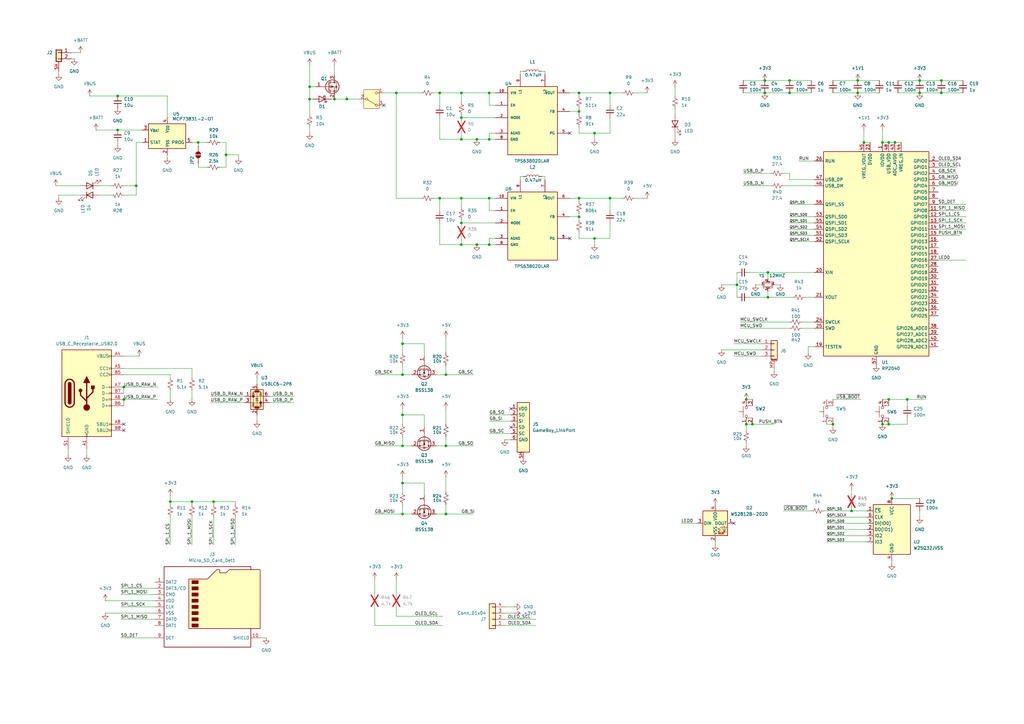
<source format=kicad_sch>
(kicad_sch (version 20231120) (generator "eeschema") (generator_version "8.0")
  (paper "A3")
  (junction (at 200.66 100.33))
  (junction (at 180.34 81.28))
  (junction (at 361.95 58.42))
  (junction (at 195.58 57.15))
  (junction (at 189.23 91.44))
  (junction (at 165.1 210.82))
  (junction (at 92.71 63.5))
  (junction (at 314.96 121.92))
  (junction (at 377.19 33.02))
  (junction (at 361.95 173.99))
  (junction (at 189.23 81.28))
  (junction (at 323.85 33.02))
  (junction (at 182.88 182.88))
  (junction (at 200.66 81.28))
  (junction (at 137.16 40.64))
  (junction (at 364.49 163.83))
  (junction (at 189.23 57.15))
  (junction (at 349.25 209.55))
  (junction (at 341.63 173.99))
  (junction (at 69.85 205.74))
  (junction (at 87.63 205.74))
  (junction (at 162.56 38.1))
  (junction (at 180.34 38.1))
  (junction (at 55.88 76.2))
  (junction (at 237.49 38.1))
  (junction (at 182.88 153.67))
  (junction (at 386.08 33.02))
  (junction (at 237.49 45.72))
  (junction (at 237.49 88.9))
  (junction (at 308.61 173.99))
  (junction (at 50.8 158.75))
  (junction (at 351.79 33.02))
  (junction (at 142.24 40.64))
  (junction (at 323.85 38.1))
  (junction (at 189.23 48.26))
  (junction (at 386.08 38.1))
  (junction (at 372.11 163.83))
  (junction (at 364.49 173.99))
  (junction (at 365.76 204.47))
  (junction (at 195.58 100.33))
  (junction (at 250.19 38.1))
  (junction (at 377.19 38.1))
  (junction (at 165.1 198.12))
  (junction (at 314.96 111.76))
  (junction (at 313.69 38.1))
  (junction (at 182.88 210.82))
  (junction (at 165.1 170.18))
  (junction (at 354.33 58.42))
  (junction (at 364.49 58.42))
  (junction (at 351.79 38.1))
  (junction (at 50.8 163.83))
  (junction (at 367.03 58.42))
  (junction (at 81.28 58.42))
  (junction (at 306.07 163.83))
  (junction (at 237.49 81.28))
  (junction (at 127 40.64))
  (junction (at 48.26 53.34))
  (junction (at 189.23 38.1))
  (junction (at 200.66 38.1))
  (junction (at 127 35.56))
  (junction (at 302.26 116.84))
  (junction (at 165.1 153.67))
  (junction (at 243.84 54.61))
  (junction (at 250.19 81.28))
  (junction (at 189.23 100.33))
  (junction (at 200.66 57.15))
  (junction (at 165.1 182.88))
  (junction (at 243.84 97.79))
  (junction (at 165.1 140.97))
  (junction (at 48.26 39.37))
  (junction (at 78.74 205.74))
  (junction (at 313.69 33.02))
  (junction (at 306.07 173.99))
  (no_connect (at 50.8 176.53))
  (no_connect (at 209.55 167.64))
  (no_connect (at 300.99 214.63))
  (no_connect (at 209.55 175.26))
  (no_connect (at 233.68 97.79))
  (no_connect (at 233.68 54.61))
  (no_connect (at 50.8 173.99))
  (no_connect (at 157.48 43.18))
  (wire (pts (xy 50.8 153.67) (xy 69.85 153.67)))
  (wire (pts (xy 207.01 248.92) (xy 210.82 248.92)))
  (wire (pts (xy 137.16 26.67) (xy 137.16 30.48)))
  (wire (pts (xy 384.81 73.66) (xy 392.43 73.66)))
  (wire (pts (xy 200.66 38.1) (xy 203.2 38.1)))
  (wire (pts (xy 314.96 111.76) (xy 314.96 114.3)))
  (wire (pts (xy 153.67 153.67) (xy 165.1 153.67)))
  (wire (pts (xy 173.99 170.18) (xy 165.1 170.18)))
  (wire (pts (xy 361.95 58.42) (xy 364.49 58.42)))
  (wire (pts (xy 295.91 116.84) (xy 302.26 116.84)))
  (wire (pts (xy 349.25 200.66) (xy 349.25 203.2)))
  (wire (pts (xy 189.23 46.99) (xy 189.23 48.26)))
  (wire (pts (xy 213.36 29.21) (xy 214.63 29.21)))
  (wire (pts (xy 165.1 140.97) (xy 165.1 144.78)))
  (wire (pts (xy 49.53 254) (xy 63.5 254)))
  (wire (pts (xy 162.56 81.28) (xy 172.72 81.28)))
  (wire (pts (xy 165.1 207.01) (xy 165.1 210.82)))
  (wire (pts (xy 179.07 153.67) (xy 182.88 153.67)))
  (wire (pts (xy 110.49 165.1) (xy 120.65 165.1)))
  (wire (pts (xy 207.01 256.54) (xy 219.71 256.54)))
  (wire (pts (xy 182.88 210.82) (xy 194.31 210.82)))
  (wire (pts (xy 323.85 73.66) (xy 323.85 71.12)))
  (wire (pts (xy 207.01 254) (xy 219.71 254)))
  (wire (pts (xy 237.49 52.07) (xy 237.49 54.61)))
  (wire (pts (xy 55.88 76.2) (xy 55.88 58.42)))
  (wire (pts (xy 295.91 143.51) (xy 312.42 143.51)))
  (wire (pts (xy 334.01 111.76) (xy 314.96 111.76)))
  (wire (pts (xy 86.36 162.56) (xy 100.33 162.56)))
  (wire (pts (xy 48.26 58.42) (xy 48.26 59.69)))
  (wire (pts (xy 314.96 119.38) (xy 314.96 121.92)))
  (wire (pts (xy 182.88 182.88) (xy 194.31 182.88)))
  (wire (pts (xy 213.36 29.21) (xy 213.36 30.48)))
  (wire (pts (xy 177.8 81.28) (xy 180.34 81.28)))
  (wire (pts (xy 49.53 241.3) (xy 63.5 241.3)))
  (wire (pts (xy 180.34 57.15) (xy 189.23 57.15)))
  (wire (pts (xy 233.68 38.1) (xy 237.49 38.1)))
  (wire (pts (xy 334.01 73.66) (xy 323.85 73.66)))
  (wire (pts (xy 308.61 173.99) (xy 317.5 173.99)))
  (wire (pts (xy 337.82 209.55) (xy 349.25 209.55)))
  (wire (pts (xy 368.3 33.02) (xy 377.19 33.02)))
  (wire (pts (xy 165.1 167.64) (xy 165.1 170.18)))
  (wire (pts (xy 361.95 173.99) (xy 364.49 173.99)))
  (wire (pts (xy 364.49 58.42) (xy 367.03 58.42)))
  (wire (pts (xy 304.8 71.12) (xy 316.23 71.12)))
  (wire (pts (xy 165.1 210.82) (xy 168.91 210.82)))
  (wire (pts (xy 250.19 38.1) (xy 250.19 43.18)))
  (wire (pts (xy 180.34 86.36) (xy 180.34 81.28)))
  (wire (pts (xy 50.8 80.01) (xy 55.88 80.01)))
  (wire (pts (xy 173.99 140.97) (xy 165.1 140.97)))
  (wire (pts (xy 353.06 163.83) (xy 341.63 163.83)))
  (wire (pts (xy 309.88 116.84) (xy 312.42 116.84)))
  (wire (pts (xy 97.79 63.5) (xy 97.79 64.77)))
  (wire (pts (xy 173.99 175.26) (xy 173.99 170.18)))
  (wire (pts (xy 81.28 68.58) (xy 85.09 68.58)))
  (wire (pts (xy 330.2 121.92) (xy 334.01 121.92)))
  (wire (pts (xy 351.79 33.02) (xy 360.68 33.02)))
  (wire (pts (xy 250.19 48.26) (xy 250.19 54.61)))
  (wire (pts (xy 40.64 76.2) (xy 45.72 76.2)))
  (wire (pts (xy 304.8 76.2) (xy 316.23 76.2)))
  (wire (pts (xy 339.09 222.25) (xy 355.6 222.25)))
  (wire (pts (xy 207.01 251.46) (xy 210.82 251.46)))
  (wire (pts (xy 182.88 207.01) (xy 182.88 210.82)))
  (wire (pts (xy 384.81 86.36) (xy 396.24 86.36)))
  (wire (pts (xy 354.33 58.42) (xy 356.87 58.42)))
  (wire (pts (xy 165.1 198.12) (xy 165.1 201.93)))
  (wire (pts (xy 302.26 116.84) (xy 302.26 121.92)))
  (wire (pts (xy 162.56 248.92) (xy 162.56 252.73)))
  (wire (pts (xy 384.81 91.44) (xy 396.24 91.44)))
  (wire (pts (xy 69.85 205.74) (xy 69.85 207.01)))
  (wire (pts (xy 142.24 39.37) (xy 142.24 40.64)))
  (wire (pts (xy 328.93 134.62) (xy 334.01 134.62)))
  (wire (pts (xy 24.13 80.01) (xy 24.13 81.28)))
  (wire (pts (xy 96.52 205.74) (xy 96.52 207.01)))
  (wire (pts (xy 179.07 210.82) (xy 182.88 210.82)))
  (wire (pts (xy 165.1 195.58) (xy 165.1 198.12)))
  (wire (pts (xy 364.49 173.99) (xy 372.11 173.99)))
  (wire (pts (xy 92.71 63.5) (xy 92.71 68.58)))
  (wire (pts (xy 237.49 95.25) (xy 237.49 97.79)))
  (wire (pts (xy 165.1 149.86) (xy 165.1 153.67)))
  (wire (pts (xy 341.63 173.99) (xy 341.63 175.26)))
  (wire (pts (xy 276.86 54.61) (xy 276.86 57.15)))
  (wire (pts (xy 384.81 83.82) (xy 396.24 83.82)))
  (wire (pts (xy 364.49 163.83) (xy 372.11 163.83)))
  (wire (pts (xy 182.88 179.07) (xy 182.88 182.88)))
  (wire (pts (xy 50.8 146.05) (xy 57.15 146.05)))
  (wire (pts (xy 78.74 160.02) (xy 78.74 163.83)))
  (wire (pts (xy 177.8 38.1) (xy 180.34 38.1)))
  (wire (pts (xy 372.11 163.83) (xy 379.73 163.83)))
  (wire (pts (xy 165.1 182.88) (xy 168.91 182.88)))
  (wire (pts (xy 339.09 214.63) (xy 355.6 214.63)))
  (wire (pts (xy 90.17 58.42) (xy 92.71 58.42)))
  (wire (pts (xy 189.23 38.1) (xy 200.66 38.1)))
  (wire (pts (xy 307.34 121.92) (xy 314.96 121.92)))
  (wire (pts (xy 43.18 246.38) (xy 63.5 246.38)))
  (wire (pts (xy 55.88 58.42) (xy 58.42 58.42)))
  (wire (pts (xy 189.23 90.17) (xy 189.23 91.44)))
  (wire (pts (xy 195.58 100.33) (xy 200.66 100.33)))
  (wire (pts (xy 323.85 83.82) (xy 334.01 83.82)))
  (wire (pts (xy 307.34 111.76) (xy 314.96 111.76)))
  (wire (pts (xy 81.28 58.42) (xy 85.09 58.42)))
  (wire (pts (xy 43.18 251.46) (xy 63.5 251.46)))
  (wire (pts (xy 233.68 81.28) (xy 237.49 81.28)))
  (wire (pts (xy 372.11 163.83) (xy 372.11 166.37)))
  (wire (pts (xy 339.09 217.17) (xy 355.6 217.17)))
  (wire (pts (xy 40.64 80.01) (xy 45.72 80.01)))
  (wire (pts (xy 68.58 39.37) (xy 68.58 48.26)))
  (wire (pts (xy 189.23 97.79) (xy 189.23 100.33)))
  (wire (pts (xy 351.79 38.1) (xy 360.68 38.1)))
  (wire (pts (xy 304.8 38.1) (xy 313.69 38.1)))
  (wire (pts (xy 377.19 33.02) (xy 386.08 33.02)))
  (wire (pts (xy 386.08 33.02) (xy 394.97 33.02)))
  (wire (pts (xy 78.74 58.42) (xy 81.28 58.42)))
  (wire (pts (xy 92.71 63.5) (xy 97.79 63.5)))
  (wire (pts (xy 153.67 248.92) (xy 153.67 256.54)))
  (wire (pts (xy 339.09 212.09) (xy 355.6 212.09)))
  (wire (pts (xy 276.86 35.56) (xy 276.86 39.37)))
  (wire (pts (xy 222.25 29.21) (xy 223.52 29.21)))
  (wire (pts (xy 200.66 170.18) (xy 209.55 170.18)))
  (wire (pts (xy 48.26 39.37) (xy 68.58 39.37)))
  (wire (pts (xy 180.34 43.18) (xy 180.34 38.1)))
  (wire (pts (xy 105.41 170.18) (xy 105.41 172.72)))
  (wire (pts (xy 200.66 177.8) (xy 209.55 177.8)))
  (wire (pts (xy 189.23 48.26) (xy 203.2 48.26)))
  (wire (pts (xy 384.81 93.98) (xy 396.24 93.98)))
  (wire (pts (xy 384.81 68.58) (xy 392.43 68.58)))
  (wire (pts (xy 323.85 96.52) (xy 334.01 96.52)))
  (wire (pts (xy 200.66 43.18) (xy 200.66 38.1)))
  (wire (pts (xy 173.99 198.12) (xy 165.1 198.12)))
  (wire (pts (xy 35.56 184.15) (xy 35.56 186.69)))
  (wire (pts (xy 367.03 58.42) (xy 369.57 58.42)))
  (wire (pts (xy 49.53 243.84) (xy 63.5 243.84)))
  (wire (pts (xy 200.66 97.79) (xy 200.66 100.33)))
  (wire (pts (xy 237.49 38.1) (xy 250.19 38.1)))
  (wire (pts (xy 153.67 182.88) (xy 165.1 182.88)))
  (wire (pts (xy 260.35 81.28) (xy 265.43 81.28)))
  (wire (pts (xy 50.8 76.2) (xy 55.88 76.2)))
  (wire (pts (xy 105.41 154.94) (xy 105.41 157.48)))
  (wire (pts (xy 306.07 181.61) (xy 306.07 182.88)))
  (wire (pts (xy 68.58 63.5) (xy 68.58 64.77)))
  (wire (pts (xy 368.3 38.1) (xy 377.19 38.1)))
  (wire (pts (xy 153.67 256.54) (xy 181.61 256.54)))
  (wire (pts (xy 365.76 204.47) (xy 377.19 204.47)))
  (wire (pts (xy 237.49 81.28) (xy 250.19 81.28)))
  (wire (pts (xy 313.69 38.1) (xy 323.85 38.1)))
  (wire (pts (xy 300.99 140.97) (xy 312.42 140.97)))
  (wire (pts (xy 69.85 205.74) (xy 78.74 205.74)))
  (wire (pts (xy 189.23 91.44) (xy 189.23 92.71)))
  (wire (pts (xy 87.63 212.09) (xy 87.63 223.52)))
  (wire (pts (xy 386.08 38.1) (xy 394.97 38.1)))
  (wire (pts (xy 317.5 152.4) (xy 317.5 151.13)))
  (wire (pts (xy 377.19 38.1) (xy 386.08 38.1)))
  (wire (pts (xy 243.84 54.61) (xy 243.84 57.15)))
  (wire (pts (xy 304.8 33.02) (xy 313.69 33.02)))
  (wire (pts (xy 331.47 142.24) (xy 331.47 144.78)))
  (wire (pts (xy 223.52 29.21) (xy 223.52 30.48)))
  (wire (pts (xy 200.66 81.28) (xy 203.2 81.28)))
  (wire (pts (xy 195.58 57.15) (xy 200.66 57.15)))
  (wire (pts (xy 237.49 45.72) (xy 237.49 46.99)))
  (wire (pts (xy 189.23 57.15) (xy 195.58 57.15)))
  (wire (pts (xy 127 35.56) (xy 127 40.64)))
  (wire (pts (xy 180.34 100.33) (xy 189.23 100.33)))
  (wire (pts (xy 237.49 38.1) (xy 237.49 39.37)))
  (wire (pts (xy 260.35 38.1) (xy 265.43 38.1)))
  (wire (pts (xy 69.85 203.2) (xy 69.85 205.74)))
  (wire (pts (xy 22.86 76.2) (xy 33.02 76.2)))
  (wire (pts (xy 384.81 71.12) (xy 392.43 71.12)))
  (wire (pts (xy 50.8 163.83) (xy 50.8 166.37)))
  (wire (pts (xy 127 40.64) (xy 128.27 40.64)))
  (wire (pts (xy 279.4 214.63) (xy 285.75 214.63)))
  (wire (pts (xy 78.74 205.74) (xy 78.74 207.01)))
  (wire (pts (xy 314.96 121.92) (xy 325.12 121.92)))
  (wire (pts (xy 189.23 91.44) (xy 203.2 91.44)))
  (wire (pts (xy 135.89 40.64) (xy 137.16 40.64)))
  (wire (pts (xy 33.02 80.01) (xy 24.13 80.01)))
  (wire (pts (xy 162.56 237.49) (xy 162.56 243.84)))
  (wire (pts (xy 237.49 97.79) (xy 243.84 97.79)))
  (wire (pts (xy 81.28 67.31) (xy 81.28 68.58)))
  (wire (pts (xy 39.37 53.34) (xy 48.26 53.34)))
  (wire (pts (xy 87.63 205.74) (xy 87.63 207.01)))
  (wire (pts (xy 323.85 38.1) (xy 332.74 38.1)))
  (wire (pts (xy 69.85 153.67) (xy 69.85 154.94)))
  (wire (pts (xy 157.48 38.1) (xy 162.56 38.1)))
  (wire (pts (xy 303.53 132.08) (xy 323.85 132.08)))
  (wire (pts (xy 78.74 212.09) (xy 78.74 223.52)))
  (wire (pts (xy 300.99 146.05) (xy 312.42 146.05)))
  (wire (pts (xy 276.86 44.45) (xy 276.86 46.99)))
  (wire (pts (xy 48.26 53.34) (xy 58.42 53.34)))
  (wire (pts (xy 250.19 91.44) (xy 250.19 97.79)))
  (wire (pts (xy 213.36 72.39) (xy 214.63 72.39)))
  (wire (pts (xy 203.2 43.18) (xy 200.66 43.18)))
  (wire (pts (xy 189.23 38.1) (xy 189.23 41.91)))
  (wire (pts (xy 50.8 158.75) (xy 64.77 158.75)))
  (wire (pts (xy 153.67 237.49) (xy 153.67 243.84)))
  (wire (pts (xy 106.68 261.62) (xy 109.22 261.62)))
  (wire (pts (xy 165.1 153.67) (xy 168.91 153.67)))
  (wire (pts (xy 127 35.56) (xy 129.54 35.56)))
  (wire (pts (xy 323.85 99.06) (xy 334.01 99.06)))
  (wire (pts (xy 384.81 106.68) (xy 396.24 106.68)))
  (wire (pts (xy 24.13 29.21) (xy 24.13 30.48)))
  (wire (pts (xy 323.85 33.02) (xy 332.74 33.02)))
  (wire (pts (xy 321.31 209.55) (xy 332.74 209.55)))
  (wire (pts (xy 200.66 57.15) (xy 203.2 57.15)))
  (wire (pts (xy 321.31 71.12) (xy 323.85 71.12)))
  (wire (pts (xy 173.99 203.2) (xy 173.99 198.12)))
  (wire (pts (xy 349.25 209.55) (xy 355.6 209.55)))
  (wire (pts (xy 50.8 163.83) (xy 64.77 163.83)))
  (wire (pts (xy 203.2 97.79) (xy 200.66 97.79)))
  (wire (pts (xy 341.63 38.1) (xy 351.79 38.1)))
  (wire (pts (xy 306.07 173.99) (xy 306.07 176.53)))
  (wire (pts (xy 317.5 116.84) (xy 320.04 116.84)))
  (wire (pts (xy 142.24 40.64) (xy 147.32 40.64)))
  (wire (pts (xy 306.07 163.83) (xy 308.61 163.83)))
  (wire (pts (xy 29.21 24.13) (xy 30.48 24.13)))
  (wire (pts (xy 165.1 179.07) (xy 165.1 182.88)))
  (wire (pts (xy 69.85 212.09) (xy 69.85 223.52)))
  (wire (pts (xy 377.19 209.55) (xy 377.19 212.09)))
  (wire (pts (xy 96.52 212.09) (xy 96.52 223.52)))
  (wire (pts (xy 180.34 81.28) (xy 189.23 81.28)))
  (wire (pts (xy 365.76 229.87) (xy 365.76 231.14)))
  (wire (pts (xy 361.95 163.83) (xy 364.49 163.83)))
  (wire (pts (xy 173.99 146.05) (xy 173.99 140.97)))
  (wire (pts (xy 237.49 87.63) (xy 237.49 88.9)))
  (wire (pts (xy 328.93 132.08) (xy 334.01 132.08)))
  (wire (pts (xy 87.63 205.74) (xy 96.52 205.74)))
  (wire (pts (xy 127 52.07) (xy 127 54.61)))
  (wire (pts (xy 237.49 54.61) (xy 243.84 54.61)))
  (wire (pts (xy 55.88 76.2) (xy 55.88 80.01)))
  (wire (pts (xy 323.85 93.98) (xy 334.01 93.98)))
  (wire (pts (xy 50.8 151.13) (xy 78.74 151.13)))
  (wire (pts (xy 153.67 210.82) (xy 165.1 210.82)))
  (wire (pts (xy 127 40.64) (xy 127 46.99)))
  (wire (pts (xy 50.8 158.75) (xy 50.8 161.29)))
  (wire (pts (xy 207.01 180.34) (xy 209.55 180.34)))
  (wire (pts (xy 200.66 86.36) (xy 200.66 81.28)))
  (wire (pts (xy 182.88 167.64) (xy 182.88 173.99)))
  (wire (pts (xy 321.31 76.2) (xy 334.01 76.2)))
  (wire (pts (xy 349.25 208.28) (xy 349.25 209.55)))
  (wire (pts (xy 303.53 134.62) (xy 323.85 134.62)))
  (wire (pts (xy 189.23 48.26) (xy 189.23 49.53)))
  (wire (pts (xy 29.21 21.59) (xy 33.02 21.59)))
  (wire (pts (xy 189.23 81.28) (xy 189.23 85.09)))
  (wire (pts (xy 182.88 195.58) (xy 182.88 201.93)))
  (wire (pts (xy 203.2 54.61) (xy 200.66 54.61)))
  (wire (pts (xy 165.1 138.43) (xy 165.1 140.97)))
  (wire (pts (xy 313.69 33.02) (xy 323.85 33.02)))
  (wire (pts (xy 92.71 58.42) (xy 92.71 63.5)))
  (wire (pts (xy 180.34 91.44) (xy 180.34 100.33)))
  (wire (pts (xy 306.07 173.99) (xy 308.61 173.99)))
  (wire (pts (xy 203.2 86.36) (xy 200.66 86.36)))
  (wire (pts (xy 243.84 54.61) (xy 250.19 54.61)))
  (wire (pts (xy 27.94 184.15) (xy 27.94 186.69)))
  (wire (pts (xy 165.1 170.18) (xy 165.1 173.99)))
  (wire (pts (xy 293.37 222.25) (xy 293.37 223.52)))
  (wire (pts (xy 222.25 72.39) (xy 223.52 72.39)))
  (wire (pts (xy 323.85 88.9) (xy 334.01 88.9)))
  (wire (pts (xy 250.19 38.1) (xy 255.27 38.1)))
  (wire (pts (xy 213.36 72.39) (xy 213.36 73.66)))
  (wire (pts (xy 78.74 205.74) (xy 87.63 205.74)))
  (wire (pts (xy 189.23 100.33) (xy 195.58 100.33)))
  (wire (pts (xy 200.66 172.72) (xy 209.55 172.72)))
  (wire (pts (xy 233.68 88.9) (xy 237.49 88.9)))
  (wire (pts (xy 180.34 38.1) (xy 189.23 38.1)))
  (wire (pts (xy 200.66 54.61) (xy 200.66 57.15)))
  (wire (pts (xy 384.81 88.9) (xy 396.24 88.9)))
  (wire (pts (xy 69.85 160.02) (xy 69.85 163.83)))
  (wire (pts (xy 384.81 76.2) (xy 392.43 76.2)))
  (wire (pts (xy 327.66 66.04) (xy 334.01 66.04)))
  (wire (pts (xy 137.16 40.64) (xy 142.24 40.64)))
  (wire (pts (xy 354.33 53.34) (xy 354.33 58.42)))
  (wire (pts (xy 90.17 68.58) (xy 92.71 68.58)))
  (wire (pts (xy 372.11 171.45) (xy 372.11 173.99)))
  (wire (pts (xy 49.53 248.92) (xy 63.5 248.92)))
  (wire (pts (xy 180.34 48.26) (xy 180.34 57.15)))
  (wire (pts (xy 323.85 91.44) (xy 334.01 91.44)))
  (wire (pts (xy 162.56 38.1) (xy 162.56 81.28)))
  (wire (pts (xy 384.81 66.04) (xy 392.43 66.04)))
  (wire (pts (xy 302.26 111.76) (xy 302.26 116.84)))
  (wire (pts (xy 384.81 96.52) (xy 393.7 96.52)))
  (wire (pts (xy 49.53 261.62) (xy 63.5 261.62)))
  (wire (pts (xy 223.52 72.39) (xy 223.52 73.66)))
  (wire (pts (xy 86.36 165.1) (xy 100.33 165.1)))
  (wire (pts (xy 200.66 100.33) (xy 203.2 100.33)))
  (wire (pts (xy 127 26.67) (xy 127 35.56)))
  (wire (pts (xy 78.74 151.13) (xy 78.74 154.94)))
  (wire (pts (xy 162.56 38.1) (xy 172.72 38.1)))
  (wire (pts (xy 179.07 182.88) (xy 182.88 182.88)))
  (wire (pts (xy 361.95 53.34) (xy 361.95 58.42)))
  (wire (pts (xy 250.19 81.28) (xy 250.19 86.36)))
  (wire (pts (xy 237.49 88.9) (xy 237.49 90.17)))
  (wire (pts (xy 182.88 153.67) (xy 194.31 153.67)))
  (wire (pts (xy 162.56 252.73) (xy 181.61 252.73)))
  (wire (pts (xy 334.01 142.24) (xy 331.47 142.24)))
  (wire (pts (xy 36.83 39.37) (xy 48.26 39.37)))
  (wire (pts (xy 110.49 162.56) (xy 120.65 162.56)))
  (wire (pts (xy 243.84 97.79) (xy 243.84 100.33)))
  (wire (pts (xy 339.09 173.99) (xy 341.63 173.99)))
  (wire (pts (xy 250.19 81.28) (xy 255.27 81.28)))
  (wire (pts (xy 237.49 81.28) (xy 237.49 82.55)))
  (wire (pts (xy 182.88 138.43) (xy 182.88 144.78)))
  (wire (pts (xy 339.09 219.71) (xy 355.6 219.71)))
  (wire (pts (xy 189.23 81.28) (xy 200.66 81.28)))
  (wire (pts (xy 341.63 33.02) (xy 351.79 33.02)))
  (wire (pts (xy 243.84 97.79) (xy 250.19 97.79)))
  (wire (pts (xy 233.68 45.72) (xy 237.49 45.72)))
  (wire (pts (xy 81.28 58.42) (xy 81.28 59.69)))
  (wire (pts (xy 182.88 149.86) (xy 182.88 153.67)))
  (wire (pts (xy 237.49 44.45) (xy 237.49 45.72)))
  (wire (pts (xy 189.23 54.61) (xy 189.23 57.15)))
  (label "QSPI_SD0" (at 339.09 214.63 0) (effects (font (size 1 1))))
  (label "OLED_SCL" (at 384.81 68.58 0))
  (label "OLED_SDA" (at 384.81 66.04 0))
  (label "MCU_SWD" (at 303.53 134.62 0))
  (label "USB_D_P" (at 111.76 165.1 0))
  (label "SPI_1_SCK" (at 384.81 91.44 0))
  (label "QSPI_SCLK" (at 339.09 212.09 0) (effects (font (size 1 1))))
  (label "QSPI_SD1" (at 339.09 217.17 0) (effects (font (size 1 1))))
  (label "GB_SI" (at 200.66 172.72 0))
  (label "QSPI_SD2" (at 323.85 93.98 0) (effects (font (size 1 1))))
  (label "SPI_1_MISO" (at 384.81 86.36 0))
  (label "PUSH_BTN" (at 384.81 96.52 0))
  (label "MCU_SWCLK" (at 300.99 140.97 0))
  (label "GB_MISO" (at 153.67 182.88 0))
  (label "OLED_SDA" (at 208.28 256.54 0))
  (label "USB_D_N" (at 304.8 76.2 0))
  (label "QSPI_SD0" (at 323.85 88.9 0) (effects (font (size 1 1))))
  (label "LED0" (at 384.81 106.68 0))
  (label "QSPI_SD3" (at 323.85 96.52 0) (effects (font (size 1 1))))
  (label "GB_MOSI" (at 153.67 210.82 0))
  (label "QSPI_SS" (at 323.85 83.82 0) (effects (font (size 1 1))))
  (label "SPI_1_CS" (at 49.53 241.3 0))
  (label "USB_D_N" (at 111.76 162.56 0))
  (label "QSPI_SD1" (at 323.85 91.44 0) (effects (font (size 1 1))))
  (label "RUN" (at 375.92 163.83 0))
  (label "PUSH_BTN" (at 311.15 173.99 0))
  (label "GB_SCK" (at 384.81 71.12 0))
  (label "RUN" (at 327.66 66.04 0))
  (label "GB_SC" (at 200.66 177.8 0))
  (label "MCU_SWD" (at 300.99 146.05 0))
  (label "SD_DET" (at 384.81 83.82 0))
  (label "USB_D_RAW_P" (at 50.8 163.83 0))
  (label "MCU_SWCLK" (at 303.53 132.08 0))
  (label "SD_DET" (at 49.53 261.62 0))
  (label "SPI_1_MISO" (at 49.53 254 0))
  (label "GB_SI" (at 189.23 210.82 0))
  (label "USB_D_RAW_P" (at 86.36 165.1 0))
  (label "USB_D_RAW_N" (at 50.8 158.75 0))
  (label "OLED_SDA" (at 170.18 256.54 0))
  (label "LED0" (at 279.4 214.63 0))
  (label "SPI_1_CS" (at 384.81 88.9 0))
  (label "SPI_1_SCK" (at 87.63 223.52 90))
  (label "~{USB_BOOT}" (at 342.9 163.83 0))
  (label "GB_MOSI" (at 384.81 76.2 0))
  (label "QSPI_SD2" (at 339.09 219.71 0) (effects (font (size 1 1))))
  (label "QSPI_SCLK" (at 323.85 99.06 0) (effects (font (size 1 1))))
  (label "SPI_1_SCK" (at 49.53 248.92 0))
  (label "SPI_1_MISO" (at 96.52 223.52 90))
  (label "SPI_1_CS" (at 69.85 223.52 90))
  (label "~{USB_BOOT}" (at 321.31 209.55 0))
  (label "OLED_SCL" (at 208.28 254 0))
  (label "GB_SO" (at 187.96 182.88 0))
  (label "GB_MISO" (at 384.81 73.66 0))
  (label "QSPI_SS" (at 339.09 209.55 0) (effects (font (size 1 1))))
  (label "SPI_1_MOSI" (at 49.53 243.84 0))
  (label "GB_SO" (at 200.66 170.18 0))
  (label "OLED_SCL" (at 170.18 252.73 0))
  (label "GB_SCK" (at 153.67 153.67 0))
  (label "SPI_1_MOSI" (at 78.74 223.52 90))
  (label "SPI_1_MOSI" (at 384.81 93.98 0))
  (label "USB_D_P" (at 304.8 71.12 0))
  (label "QSPI_SD3" (at 339.09 222.25 0) (effects (font (size 1 1))))
  (label "USB_D_RAW_N" (at 86.36 162.56 0))
  (label "GB_SC" (at 187.96 153.67 0))
  (symbol (lib_id "power:GND") (at 127 54.61 0) (unit 1)
    (property "Reference" "#PWR07" (effects (hide yes)))
    (property "Value" "GND" (at 127 59.69 0))
    (property "Description" "Power symbol creates a global label with name \"GND\" , ground" (effects (hide yes)))
  )
  (symbol (lib_id "Device:R_Small_US") (at 335.28 209.55 90) (unit 1)
    (property "Reference" "R44" (at 335.28 203.2 90))
    (property "Value" "1k" (at 335.28 205.74 90))
    (property "Footprint" "Resistor_SMD:R_0402_1005Metric" (effects (hide yes)))
    (property "Description" "Resistor, small US symbol" (effects (hide yes)))
    (property "LCSC" "C11702 " (effects (hide yes)))
  )
  (symbol (lib_id "power:+3V3") (at 165.1 195.58 0) (unit 1)
    (property "Reference" "#PWR042" (effects (hide yes)))
    (property "Value" "+3V3" (at 165.1 190.5 0))
    (property "Description" "Power symbol creates a global label with name \"+3V3\"" (effects (hide yes)))
  )
  (symbol (lib_id "Connector:Micro_SD_Card_Det1") (at 86.36 248.92 0) (unit 1)
    (property "Reference" "J3" (at 86.995 227.33 0))
    (property "Value" "Micro_SD_Card_Det1" (at 86.995 229.87 0))
    (property "Footprint" "mod:J_sd_micro_socket_no_holes" (effects (hide yes)))
    (property "Datasheet" "https://datasheet.lcsc.com/lcsc/2110151630_XKB-Connectivity-XKTF-015-N_C381082.pdf" (effects (hide yes)))
    (property "Description" "Micro SD Card Socket with one card detection pin" (effects (hide yes)))
    (property "LCSC" "C7529389" (effects (hide yes)))
  )
  (symbol (lib_id "power:GND") (at 341.63 175.26 0) (unit 1)
    (property "Reference" "#PWR061" (effects (hide yes)))
    (property "Value" "GND" (at 341.63 180.34 0))
    (property "Description" "Power symbol creates a global label with name \"GND\" , ground" (effects (hide yes)))
  )
  (symbol (lib_id "LED:WS2812B-2020") (at 293.37 214.63 0) (unit 1)
    (property "Reference" "D2" (at 307.34 208.3114 0))
    (property "Value" "WS2812B-2020" (at 307.34 210.8514 0))
    (property "Footprint" "LED_SMD:LED_WS2812B-2020_PLCC4_2.0x2.0mm" (effects (hide yes)))
    (property "Datasheet" "https://cdn-shop.adafruit.com/product-files/4684/4684_WS2812B-2020_V1.3_EN.pdf" (effects (hide yes)))
    (property "Description" "RGB LED with integrated controller, 2.0 x 2.0 mm, 12 mA" (effects (hide yes)))
    (property "LCSC" "C965555" (effects (hide yes)))
  )
  (symbol (lib_id "Switch:SW_MEC_5E") (at 341.63 168.91 90) (unit 1)
    (property "Reference" "SW5" (at 342.9 167.64 90) (effects (justify right)))
    (property "Value" "SW_MEC_5E" (effects (hide yes)))
    (property "Footprint" "mod:SW_SKRPACE010" (effects (hide yes)))
    (property "Datasheet" "http://www.apem.com/int/index.php?controller=attachment&id_attachment=1371" (effects (hide yes)))
    (property "Description" "MEC 5E single pole normally-open tactile switch" (effects (hide yes)))
    (property "LCSC" "C139797 " (effects (hide yes)))
  )
  (symbol (lib_id "Device:C_Small") (at 368.3 35.56 0) (unit 1)
    (property "Reference" "C12" (at 370.84 34.2963 0) (effects (justify left)))
    (property "Value" "100n" (at 370.84 36.8363 0) (effects (justify left)))
    (property "Footprint" "Capacitor_SMD:C_0402_1005Metric" (effects (hide yes)))
    (property "Description" "Unpolarized capacitor, small symbol" (effects (hide yes)))
  )
  (symbol (lib_id "power:+3V3") (at 361.95 53.34 0) (unit 1)
    (property "Reference" "#PWR073" (effects (hide yes)))
    (property "Value" "+3V3" (at 361.95 48.26 0))
    (property "Description" "Power symbol creates a global label with name \"+3V3\"" (effects (hide yes)))
  )
  (symbol (lib_id "power:GND") (at 105.41 172.72 0) (unit 1)
    (property "Reference" "#PWR05" (effects (hide yes)))
    (property "Value" "GND" (at 105.41 177.8 0))
    (property "Description" "Power symbol creates a global label with name \"GND\" , ground" (effects (hide yes)))
  )
  (symbol (lib_id "power:GND") (at 359.41 149.86 0) (unit 1)
    (property "Reference" "#PWR072" (effects (hide yes)))
    (property "Value" "GND" (at 359.41 154.94 0))
    (property "Description" "Power symbol creates a global label with name \"GND\" , ground" (effects (hide yes)))
  )
  (symbol (lib_id "power:GND") (at 214.63 187.96 0) (unit 1)
    (property "Reference" "#PWR056" (effects (hide yes)))
    (property "Value" "GND" (at 214.63 193.04 0))
    (property "Description" "Power symbol creates a global label with name \"GND\" , ground" (effects (hide yes)))
  )
  (symbol (lib_id "Device:R_Small_US") (at 189.23 87.63 180) (unit 1)
    (property "Reference" "R35" (at 191.77 86.3599 0) (effects (justify right)))
    (property "Value" "0" (at 191.77 88.8999 0) (effects (justify right)))
    (property "Footprint" "Resistor_SMD:R_0402_1005Metric" (effects (hide yes)))
    (property "Description" "Resistor, small US symbol" (effects (hide yes)))
    (property "LCSC" "C95177" (effects (hide yes)))
  )
  (symbol (lib_id "Device:C_Small") (at 250.19 45.72 0) (unit 1)
    (property "Reference" "C2" (at 252.73 44.4562 0) (effects (justify left)))
    (property "Value" "22u" (at 252.73 46.9962 0) (effects (justify left)))
    (property "Footprint" "Capacitor_SMD:C_0603_1608Metric" (effects (hide yes)))
    (property "Description" "Unpolarized capacitor, small symbol" (effects (hide yes)))
    (property "LCSC" " C59461 " (effects (hide yes)))
  )
  (symbol (lib_id "Transistor_FET:BSS138") (at 173.99 151.13 270) (unit 1)
    (property "Reference" "Q2" (at 173.99 157.48 90))
    (property "Value" "BSS138" (at 173.99 160.02 90))
    (property "Footprint" "Package_TO_SOT_SMD:SOT-23" (effects (hide yes)))
    (property "Datasheet" "https://www.onsemi.com/pub/Collateral/BSS138-D.PDF" (effects (hide yes)))
    (property "Description" "50V Vds, 0.22A Id, N-Channel MOSFET, SOT-23" (effects (hide yes)))
  )
  (symbol (lib_id "power:+3V3") (at 210.82 251.46 270) (unit 1)
    (property "Reference" "#PWR084" (effects (hide yes)))
    (property "Value" "+3V3" (at 214.63 251.4599 90) (effects (justify left)))
    (property "Description" "Power symbol creates a global label with name \"+3V3\"" (effects (hide yes)))
  )
  (symbol (lib_id "power:+3V3") (at 349.25 200.66 0) (unit 1)
    (property "Reference" "#PWR079" (effects (hide yes)))
    (property "Value" "+3V3" (at 349.25 195.58 0))
    (property "Description" "Power symbol creates a global label with name \"+3V3\"" (effects (hide yes)))
  )
  (symbol (lib_id "power:VBUS") (at 57.15 146.05 0) (unit 1)
    (property "Reference" "#PWR025" (effects (hide yes)))
    (property "Value" "VBUS" (at 57.15 140.97 0))
    (property "Description" "Power symbol creates a global label with name \"VBUS\"" (effects (hide yes)))
  )
  (symbol (lib_id "Device:L") (at 218.44 72.39 90) (unit 1)
    (property "Reference" "L2" (at 218.44 68.58 90))
    (property "Value" "0.47uH" (at 218.694 73.914 90))
    (property "Footprint" "Inductor_SMD_Wurth:L_Wurth_WE-LQSH-2010" (effects (hide yes)))
    (property "Description" "Inductor" (effects (hide yes)))
    (property "LCSC" "C89446" (effects (hide yes)))
  )
  (symbol (lib_id "power:GND") (at 243.84 100.33 0) (unit 1)
    (property "Reference" "#PWR065" (effects (hide yes)))
    (property "Value" "GND" (at 243.84 105.41 0))
    (property "Description" "Power symbol creates a global label with name \"GND\" , ground" (effects (hide yes)))
  )
  (symbol (lib_id "Device:R_Small_US") (at 127 49.53 0) (unit 1)
    (property "Reference" "R3" (at 129.54 48.2599 0) (effects (justify left)))
    (property "Value" "10k" (at 129.54 50.7999 0) (effects (justify left)))
    (property "Footprint" "Resistor_SMD:R_0603_1608Metric" (effects (hide yes)))
    (property "Description" "Resistor, small US symbol" (effects (hide yes)))
    (property "LCSC" "C103199 " (effects (hide yes)))
  )
  (symbol (lib_id "Device:C_Small") (at 341.63 35.56 0) (unit 1)
    (property "Reference" "C7" (at 344.17 34.2963 0) (effects (justify left)))
    (property "Value" "100n" (at 344.17 36.8363 0) (effects (justify left)))
    (property "Footprint" "Capacitor_SMD:C_0402_1005Metric" (effects (hide yes)))
    (property "Description" "Unpolarized capacitor, small symbol" (effects (hide yes)))
  )
  (symbol (lib_id "Device:R_Small_US") (at 189.23 52.07 180) (unit 1) (dnp yes)
    (property "Reference" "R6" (at 191.77 50.7999 0) (effects (justify right)))
    (property "Value" "0" (at 191.77 53.3399 0) (effects (justify right)))
    (property "Footprint" "Resistor_SMD:R_0402_1005Metric" (effects (hide yes)))
    (property "Description" "Resistor, small US symbol" (effects (hide yes)))
    (property "LCSC" "C95177" (effects (hide yes)))
  )
  (symbol (lib_id "power:GND") (at 317.5 152.4 0) (unit 1)
    (property "Reference" "#PWR058" (effects (hide yes)))
    (property "Value" "GND" (at 317.5 157.48 0))
    (property "Description" "Power symbol creates a global label with name \"GND\" , ground" (effects (hide yes)))
  )
  (symbol (lib_id "Device:R_Small_US") (at 276.86 41.91 180) (unit 1)
    (property "Reference" "R10" (at 279.4 40.6399 0) (effects (justify right)))
    (property "Value" "1k" (at 279.4 43.1799 0) (effects (justify right)))
    (property "Footprint" "Resistor_SMD:R_0402_1005Metric" (effects (hide yes)))
    (property "Description" "Resistor, small US symbol" (effects (hide yes)))
    (property "LCSC" "C11702 " (effects (hide yes)))
  )
  (symbol (lib_id "Device:R_Small_US") (at 189.23 95.25 180) (unit 1) (dnp yes)
    (property "Reference" "R36" (at 191.77 93.9799 0) (effects (justify right)))
    (property "Value" "0" (at 191.77 96.5199 0) (effects (justify right)))
    (property "Footprint" "Resistor_SMD:R_0402_1005Metric" (effects (hide yes)))
    (property "Description" "Resistor, small US symbol" (effects (hide yes)))
    (property "LCSC" "C95177" (effects (hide yes)))
  )
  (symbol (lib_id "Device:C_Small") (at 313.69 35.56 0) (unit 1)
    (property "Reference" "C4" (at 316.23 34.2963 0) (effects (justify left)))
    (property "Value" "100n" (at 316.23 36.8363 0) (effects (justify left)))
    (property "Footprint" "Capacitor_SMD:C_0402_1005Metric" (effects (hide yes)))
    (property "Description" "Unpolarized capacitor, small symbol" (effects (hide yes)))
  )
  (symbol (lib_id "power:GND") (at 320.04 116.84 0) (unit 1)
    (property "Reference" "#PWR059" (effects (hide yes)))
    (property "Value" "GND" (at 320.04 120.65 0))
    (property "Description" "Power symbol creates a global label with name \"GND\" , ground" (effects (hide yes)))
  )
  (symbol (lib_id "Device:R_Small_US") (at 153.67 246.38 0) (unit 1) (dnp yes)
    (property "Reference" "R46" (at 156.21 245.1099 0) (effects (justify left)))
    (property "Value" "4.7k" (at 156.21 247.6499 0) (effects (justify left)))
    (property "Footprint" "Resistor_SMD:R_0603_1608Metric" (effects (hide yes)))
    (property "Description" "Resistor, small US symbol" (effects (hide yes)))
    (property "LCSC" "C99782" (effects (hide yes)))
  )
  (symbol (lib_id "Device:C_Small") (at 250.19 88.9 0) (unit 1)
    (property "Reference" "C18" (at 252.73 87.6362 0) (effects (justify left)))
    (property "Value" "22u" (at 252.73 90.1762 0) (effects (justify left)))
    (property "Footprint" "Capacitor_SMD:C_0603_1608Metric" (effects (hide yes)))
    (property "Description" "Unpolarized capacitor, small symbol" (effects (hide yes)))
    (property "LCSC" " C59461 " (effects (hide yes)))
  )
  (symbol (lib_id "power:VBUS") (at 127 26.67 0) (unit 1)
    (property "Reference" "#PWR06" (effects (hide yes)))
    (property "Value" "VBUS" (at 127 21.59 0))
    (property "Description" "Power symbol creates a global label with name \"VBUS\"" (effects (hide yes)))
  )
  (symbol (lib_id "Device:D_Schottky") (at 132.08 40.64 180) (unit 1)
    (property "Reference" "D1" (at 132.08 43.688 0))
    (property "Value" "D_Schottky" (effects (hide yes)))
    (property "Footprint" "Diode_SMD:D_SOD-123F" (effects (hide yes)))
    (property "Description" "Schottky diode" (effects (hide yes)))
    (property "LCSC" "C50553" (effects (hide yes)))
  )
  (symbol (lib_id "power:+3V3") (at 165.1 167.64 0) (unit 1)
    (property "Reference" "#PWR040" (effects (hide yes)))
    (property "Value" "+3V3" (at 165.1 162.56 0))
    (property "Description" "Power symbol creates a global label with name \"+3V3\"" (effects (hide yes)))
  )
  (symbol (lib_id "Device:R_Small_US") (at 165.1 204.47 0) (unit 1)
    (property "Reference" "R23" (at 161.544 203.454 0))
    (property "Value" "10k" (at 161.544 205.232 0))
    (property "Footprint" "Resistor_SMD:R_0603_1608Metric" (effects (hide yes)))
    (property "Description" "Resistor, small US symbol" (effects (hide yes)))
  )
  (symbol (lib_id "Transistor_FET:BSS138") (at 173.99 208.28 270) (unit 1)
    (property "Reference" "Q4" (at 173.99 214.63 90))
    (property "Value" "BSS138" (at 173.99 217.17 90))
    (property "Footprint" "Package_TO_SOT_SMD:SOT-23" (effects (hide yes)))
    (property "Datasheet" "https://www.onsemi.com/pub/Collateral/BSS138-D.PDF" (effects (hide yes)))
    (property "Description" "50V Vds, 0.22A Id, N-Channel MOSFET, SOT-23" (effects (hide yes)))
  )
  (symbol (lib_id "power:GND") (at 24.13 81.28 0) (unit 1)
    (property "Reference" "#PWR047" (effects (hide yes)))
    (property "Value" "GND" (at 24.13 86.36 0))
    (property "Description" "Power symbol creates a global label with name \"GND\" , ground" (effects (hide yes)))
  )
  (symbol (lib_id "power:+3V3") (at 162.56 237.49 0) (unit 1)
    (property "Reference" "#PWR086" (effects (hide yes)))
    (property "Value" "+3V3" (at 162.56 232.41 0))
    (property "Description" "Power symbol creates a global label with name \"+3V3\"" (effects (hide yes)))
  )
  (symbol (lib_id "mod:TPS63802DLAR") (at 218.44 91.44 0) (unit 1)
    (property "Reference" "U6" (at 208.534 77.47 0))
    (property "Value" "TPS63802DLAR" (at 218.186 109.22 0))
    (property "Footprint" "mod:VREG_TPS63802DLAR" (effects (hide yes)))
    (property "MF" "Texas Instruments" (effects (hide yes)))
    (property "MAXIMUM_PACKAGE_HEIGHT" "1.0 mm" (effects (hide yes)))
    (property "Package" "VSON-HR-10 Texas Instruments" (effects (hide yes)))
    (property "Price" "None" (effects (hide yes)))
    (property "Check_prices" "https://www.snapeda.com/parts/TPS63802DLAR/Texas+Instruments/view-part/?ref=eda" (effects (hide yes)))
    (property "STANDARD" "Manufacturer Recommendations" (effects (hide yes)))
    (property "PARTREV" "B" (effects (hide yes)))
    (property "SnapEDA_Link" "https://www.snapeda.com/parts/TPS63802DLAR/Texas+Instruments/view-part/?ref=snap" (effects (hide yes)))
    (property "MP" "TPS63802DLAR" (effects (hide yes)))
    (property "Purchase-URL" "https://www.snapeda.com/api/url_track_click_mouser/?unipart_id=4449206&manufacturer=Texas Instruments&part_name=TPS63802DLAR&search_term=tps63802" (effects (hide yes)))
    (property "Description_1" "\n2-A, high-efficient, 11-µA quiescent current buck-boost converter in QFN/DFN package\n" (effects (hide yes)))
    (property "Availability" "In Stock" (effects (hide yes)))
    (property "MANUFACTURER" "Texas Instruments" (effects (hide yes)))
    (property "LCSC" "C2845237" (effects (hide yes)))
  )
  (symbol (lib_id "power:+BATT") (at 137.16 26.67 0) (unit 1)
    (property "Reference" "#PWR08" (effects (hide yes)))
    (property "Value" "+BATT" (at 137.16 21.59 0))
    (property "Description" "Power symbol creates a global label with name \"+BATT\"" (effects (hide yes)))
  )
  (symbol (lib_id "power:+1V1") (at 354.33 53.34 0) (unit 1)
    (property "Reference" "#PWR071" (effects (hide yes)))
    (property "Value" "+1V1" (at 354.33 48.26 0))
    (property "Description" "Power symbol creates a global label with name \"+1V1\"" (effects (hide yes)))
  )
  (symbol (lib_id "power:+3V3") (at 69.85 203.2 0) (unit 1)
    (property "Reference" "#PWR020" (effects (hide yes)))
    (property "Value" "+3V3" (at 69.85 198.12 0))
    (property "Description" "Power symbol creates a global label with name \"+3V3\"" (effects (hide yes)))
  )
  (symbol (lib_id "power:GND") (at 24.13 30.48 0) (unit 1)
    (property "Reference" "#PWR014" (effects (hide yes)))
    (property "Value" "GND" (at 24.13 35.56 0))
    (property "Description" "Power symbol creates a global label with name \"GND\" , ground" (effects (hide yes)))
  )
  (symbol (lib_id "Device:C_Small") (at 394.97 35.56 0) (unit 1)
    (property "Reference" "C19" (at 397.51 34.2963 0) (effects (justify left)))
    (property "Value" "1u" (at 397.51 36.8363 0) (effects (justify left)))
    (property "Footprint" "Capacitor_SMD:C_0402_1005Metric" (effects (hide yes)))
    (property "Description" "Unpolarized capacitor, small symbol" (effects (hide yes)))
  )
  (symbol (lib_id "power:+3V3") (at 182.88 138.43 0) (unit 1)
    (property "Reference" "#PWR069" (effects (hide yes)))
    (property "Value" "+5V" (at 182.88 133.35 0))
    (property "Description" "Power symbol creates a global label with name \"+3V3\"" (effects (hide yes)))
  )
  (symbol (lib_id "Device:R_Small_US") (at 182.88 204.47 0) (unit 1)
    (property "Reference" "R24" (at 179.324 203.454 0))
    (property "Value" "10k" (at 179.324 205.232 0))
    (property "Footprint" "Resistor_SMD:R_0603_1608Metric" (effects (hide yes)))
    (property "Description" "Resistor, small US symbol" (effects (hide yes)))
  )
  (symbol (lib_id "power:+3V3") (at 377.19 33.02 0) (unit 1)
    (property "Reference" "#PWR075" (effects (hide yes)))
    (property "Value" "+3V3" (at 377.19 27.94 0))
    (property "Description" "Power symbol creates a global label with name \"+3V3\"" (effects (hide yes)))
  )
  (symbol (lib_id "Connector_Generic_MountingPin:Conn_01x03_MountingPin") (at 317.5 143.51 0) (unit 1)
    (property "Reference" "J6" (at 320.04 143.8656 0) (effects (justify left)))
    (property "Value" "Conn_01x03_MountingPin" (effects (hide yes)))
    (property "Footprint" "Connector_JST:JST_SH_SM03B-SRSS-TB_1x03-1MP_P1.00mm_Horizontal" (effects (hide yes)))
    (property "Description" "Generic connectable mounting pin connector, single row, 01x03, script generated (kicad-library-utils/schlib/autogen/connector/)" (effects (hide yes)))
    (property "LCSC" "C160403 " (effects (hide yes)))
  )
  (symbol (lib_id "Device:R_Small_US") (at 237.49 41.91 0) (unit 1)
    (property "Reference" "R7" (at 240.03 40.6399 0) (effects (justify left)))
    (property "Value" "511k" (at 240.03 43.1799 0) (effects (justify left)))
    (property "Footprint" "Resistor_SMD:R_0402_1005Metric" (effects (hide yes)))
    (property "Description" "Resistor, small US symbol" (effects (hide yes)))
  )
  (symbol (lib_id "Device:C_Small") (at 304.8 111.76 90) (unit 1)
    (property "Reference" "C14" (at 304.8063 105.41 90))
    (property "Value" "27p" (at 304.8063 107.95 90))
    (property "Footprint" "Capacitor_SMD:C_0603_1608Metric" (effects (hide yes)))
    (property "Description" "Unpolarized capacitor, small symbol" (effects (hide yes)))
    (property "LCSC" "C107045" (effects (hide yes)))
  )
  (symbol (lib_id "Device:R_Small_US") (at 306.07 179.07 0) (unit 1)
    (property "Reference" "R25" (at 302.514 178.054 0))
    (property "Value" "10k" (at 302.514 179.832 0))
    (property "Footprint" "Resistor_SMD:R_0603_1608Metric" (effects (hide yes)))
    (property "Description" "Resistor, small US symbol" (effects (hide yes)))
  )
  (symbol (lib_id "power:GND") (at 68.58 64.77 0) (unit 1)
    (property "Reference" "#PWR046" (effects (hide yes)))
    (property "Value" "GND" (at 68.58 69.85 0))
    (property "Description" "Power symbol creates a global label with name \"GND\" , ground" (effects (hide yes)))
  )
  (symbol (lib_id "Gekkio_Connector_Specialized:GameBoy_LinkPort") (at 214.63 175.26 0) (unit 1)
    (property "Reference" "J5" (at 218.44 173.9899 0) (effects (justify left)))
    (property "Value" "GameBoy_LinkPort" (at 218.44 176.5299 0) (effects (justify left)))
    (property "Footprint" "Gekkio_Connector:GameBoy_LinkPort_MGB_Horizontal" (effects (hide yes)))
    (property "Description" "Game Boy link port" (effects (hide yes)))
  )
  (symbol (lib_id "Memory_Flash:W25Q32JVSS") (at 365.76 217.17 0) (unit 1)
    (property "Reference" "U2" (at 374.65 222.25 0) (effects (justify left)))
    (property "Value" "W25Q32JVSS" (at 374.65 224.79 0) (effects (justify left)))
    (property "Footprint" "Package_SON:Winbond_USON-8-1EP_3x2mm_P0.5mm_EP0.2x1.6mm" (effects (hide yes)))
    (property "Datasheet" "http://www.winbond.com/resource-files/w25q32jv%20revg%2003272018%20plus.pdf" (effects (hide yes)))
    (property "Description" "32Mb Serial Flash Memory, Standard/Dual/Quad SPI, SOIC-8" (effects (hide yes)))
    (property "LCSC" "C2843335" (effects (hide yes)))
  )
  (symbol (lib_id "Connector:USB_C_Receptacle_USB2.0") (at 35.56 161.29 0) (unit 1)
    (property "Reference" "J1" (at 35.56 138.43 0))
    (property "Value" "USB_C_Receptacle_USB2.0" (at 35.56 140.97 0))
    (property "Footprint" "Connector_USB:USB_C_Receptacle_HCTL_HC-TYPE-C-16P-01A" (effects (hide yes)))
    (property "Datasheet" "https://www.usb.org/sites/default/files/documents/usb_type-c.zip" (effects (hide yes)))
    (property "LCSC" " C2894897" (effects (hide yes)))
  )
  (symbol (lib_id "Device:C_Small") (at 332.74 35.56 0) (unit 1)
    (property "Reference" "C6" (at 335.28 34.2963 0) (effects (justify left)))
    (property "Value" "1u" (at 335.28 36.8363 0) (effects (justify left)))
    (property "Footprint" "Capacitor_SMD:C_0402_1005Metric" (effects (hide yes)))
    (property "Description" "Unpolarized capacitor, small symbol" (effects (hide yes)))
  )
  (symbol (lib_id "power:+3V3") (at 313.69 33.02 0) (unit 1)
    (property "Reference" "#PWR055" (effects (hide yes)))
    (property "Value" "+3V3" (at 313.69 27.94 0))
    (property "Description" "Power symbol creates a global label with name \"+3V3\"" (effects (hide yes)))
  )
  (symbol (lib_id "Device:C_Small") (at 377.19 35.56 0) (unit 1)
    (property "Reference" "C13" (at 379.73 34.2963 0) (effects (justify left)))
    (property "Value" "100n" (at 379.73 36.8363 0) (effects (justify left)))
    (property "Footprint" "Capacitor_SMD:C_0402_1005Metric" (effects (hide yes)))
    (property "Description" "Unpolarized capacitor, small symbol" (effects (hide yes)))
  )
  (symbol (lib_id "Device:R_Small_US") (at 165.1 147.32 0) (unit 1)
    (property "Reference" "R30" (at 161.544 146.304 0))
    (property "Value" "10k" (at 161.544 148.082 0))
    (property "Footprint" "Resistor_SMD:R_0603_1608Metric" (effects (hide yes)))
    (property "Description" "Resistor, small US symbol" (effects (hide yes)))
  )
  (symbol (lib_id "Device:R_Small_US") (at 48.26 80.01 270) (mirror x) (unit 1)
    (property "Reference" "R28" (at 48.26 86.36 90))
    (property "Value" "1k" (at 48.26 83.82 90))
    (property "Footprint" "Resistor_SMD:R_0402_1005Metric" (effects (hide yes)))
    (property "Description" "Resistor, small US symbol" (effects (hide yes)))
    (property "LCSC" "C11702 " (effects (hide yes)))
  )
  (symbol (lib_id "Device:C_Small") (at 351.79 35.56 0) (unit 1)
    (property "Reference" "C8" (at 354.33 34.2963 0) (effects (justify left)))
    (property "Value" "100n" (at 354.33 36.8363 0) (effects (justify left)))
    (property "Footprint" "Capacitor_SMD:C_0402_1005Metric" (effects (hide yes)))
    (property "Description" "Unpolarized capacitor, small symbol" (effects (hide yes)))
  )
  (symbol (lib_id "power:GND") (at 78.74 163.83 0) (unit 1)
    (property "Reference" "#PWR04" (effects (hide yes)))
    (property "Value" "GND" (at 78.74 168.91 0))
    (property "Description" "Power symbol creates a global label with name \"GND\" , ground" (effects (hide yes)))
  )
  (symbol (lib_id "Device:R_Small_US") (at 175.26 38.1 90) (unit 1)
    (property "Reference" "R4" (at 175.26 31.75 90))
    (property "Value" "0" (at 175.26 34.29 90))
    (property "Footprint" "Resistor_SMD:R_0402_1005Metric" (effects (hide yes)))
    (property "Description" "Resistor, small US symbol" (effects (hide yes)))
  )
  (symbol (lib_id "power:+3V3") (at 265.43 38.1 0) (unit 1)
    (property "Reference" "#PWR011" (effects (hide yes)))
    (property "Value" "+3V3" (at 265.43 33.02 0))
    (property "Description" "Power symbol creates a global label with name \"+3V3\"" (effects (hide yes)))
  )
  (symbol (lib_id "power:GND") (at 365.76 231.14 0) (unit 1)
    (property "Reference" "#PWR081" (effects (hide yes)))
    (property "Value" "GND" (at 365.76 236.22 0))
    (property "Description" "Power symbol creates a global label with name \"GND\" , ground" (effects (hide yes)))
  )
  (symbol (lib_id "Device:R_Small_US") (at 87.63 209.55 180) (unit 1)
    (property "Reference" "R13" (at 90.17 208.2799 0) (effects (justify right)))
    (property "Value" "1k" (at 90.17 210.8199 0) (effects (justify right)))
    (property "Footprint" "Resistor_SMD:R_0402_1005Metric" (effects (hide yes)))
    (property "Description" "Resistor, small US symbol" (effects (hide yes)))
    (property "LCSC" "C11702 " (effects (hide yes)))
  )
  (symbol (lib_id "power:+1V1") (at 351.79 33.02 0) (unit 1)
    (property "Reference" "#PWR062" (effects (hide yes)))
    (property "Value" "+1V1" (at 351.79 27.94 0))
    (property "Description" "Power symbol creates a global label with name \"+1V1\"" (effects (hide yes)))
  )
  (symbol (lib_id "power:GND") (at 243.84 57.15 0) (unit 1)
    (property "Reference" "#PWR010" (effects (hide yes)))
    (property "Value" "GND" (at 243.84 62.23 0))
    (property "Description" "Power symbol creates a global label with name \"GND\" , ground" (effects (hide yes)))
  )
  (symbol (lib_id "Device:Q_PMOS_GSD") (at 134.62 35.56 0) (unit 1)
    (property "Reference" "Q1" (at 131.572 32.258 0) (effects (justify left)))
    (property "Value" "DMG3415U" (effects (hide yes)))
    (property "Footprint" "Package_TO_SOT_SMD:SOT-23" (effects (hide yes)))
    (property "Description" "P-MOSFET transistor, gate/source/drain" (effects (hide yes)))
    (property "LCSC" "C96616" (effects (hide yes)))
  )
  (symbol (lib_id "power:GND") (at 48.26 59.69 0) (unit 1)
    (property "Reference" "#PWR049" (effects (hide yes)))
    (property "Value" "GND" (at 48.26 64.77 0))
    (property "Description" "Power symbol creates a global label with name \"GND\" , ground" (effects (hide yes)))
  )
  (symbol (lib_id "Power_Protection:USBLC6-2P6") (at 105.41 162.56 0) (unit 1)
    (property "Reference" "U3" (at 107.0611 154.94 0) (effects (justify left)))
    (property "Value" "USBLC6-2P6" (at 107.0611 157.48 0) (effects (justify left)))
    (property "Footprint" "Package_TO_SOT_SMD:SOT-666" (effects (hide yes)))
    (property "Datasheet" "https://www.st.com/resource/en/datasheet/usblc6-2.pdf" (effects (hide yes)))
    (property "Description" "Very low capacitance ESD protection diode, 2 data-line, SOT-666" (effects (hide yes)))
    (property "LCSC" "C2827693" (effects (hide yes)))
  )
  (symbol (lib_id "Device:R_Small_US") (at 182.88 147.32 0) (unit 1)
    (property "Reference" "R20" (at 179.324 146.304 0))
    (property "Value" "10k" (at 179.324 148.082 0))
    (property "Footprint" "Resistor_SMD:R_0603_1608Metric" (effects (hide yes)))
    (property "Description" "Resistor, small US symbol" (effects (hide yes)))
  )
  (symbol (lib_id "Device:C_Small") (at 372.11 168.91 0) (unit 1)
    (property "Reference" "C25" (at 374.65 167.6463 0) (effects (justify left)))
    (property "Value" "100n" (at 374.65 170.1863 0) (effects (justify left)))
    (property "Footprint" "Capacitor_SMD:C_0603_1608Metric" (effects (hide yes)))
    (property "Description" "Unpolarized capacitor, small symbol" (effects (hide yes)))
    (property "LCSC" " C478888 " (effects (hide yes)))
  )
  (symbol (lib_id "power:GND") (at 210.82 248.92 90) (unit 1)
    (property "Reference" "#PWR083" (effects (hide yes)))
    (property "Value" "GND" (at 214.63 248.9199 90) (effects (justify right)))
    (property "Description" "Power symbol creates a global label with name \"GND\" , ground" (effects (hide yes)))
  )
  (symbol (lib_id "power:GND") (at 295.91 143.51 0) (unit 1)
    (property "Reference" "#PWR051" (effects (hide yes)))
    (property "Value" "GND" (at 295.91 148.59 0))
    (property "Description" "Power symbol creates a global label with name \"GND\" , ground" (effects (hide yes)))
  )
  (symbol (lib_id "power:GND") (at 109.22 261.62 0) (unit 1)
    (property "Reference" "#PWR021" (effects (hide yes)))
    (property "Value" "GND" (at 109.22 266.7 0))
    (property "Description" "Power symbol creates a global label with name \"GND\" , ground" (effects (hide yes)))
  )
  (symbol (lib_id "power:GND") (at 276.86 57.15 0) (unit 1)
    (property "Reference" "#PWR013" (effects (hide yes)))
    (property "Value" "GND" (at 276.86 62.23 0))
    (property "Description" "Power symbol creates a global label with name \"GND\" , ground" (effects (hide yes)))
  )
  (symbol (lib_id "Device:C_Small") (at 48.26 55.88 180) (unit 1)
    (property "Reference" "C9" (at 50.8 54.6035 0) (effects (justify right)))
    (property "Value" "10u" (at 50.8 57.1435 0) (effects (justify right)))
    (property "Footprint" "Capacitor_SMD:C_0603_1608Metric" (effects (hide yes)))
    (property "Description" "Unpolarized capacitor, small symbol" (effects (hide yes)))
    (property "LCSC" "C95839" (effects (hide yes)))
  )
  (symbol (lib_id "Device:R_Small_US") (at 96.52 209.55 180) (unit 1)
    (property "Reference" "R14" (at 99.06 208.2799 0) (effects (justify right)))
    (property "Value" "1k" (at 99.06 210.8199 0) (effects (justify right)))
    (property "Footprint" "Resistor_SMD:R_0402_1005Metric" (effects (hide yes)))
    (property "Description" "Resistor, small US symbol" (effects (hide yes)))
    (property "LCSC" "C11702 " (effects (hide yes)))
  )
  (symbol (lib_id "power:GND") (at 43.18 251.46 0) (unit 1)
    (property "Reference" "#PWR019" (effects (hide yes)))
    (property "Value" "GND" (at 43.18 256.54 0))
    (property "Description" "Power symbol creates a global label with name \"GND\" , ground" (effects (hide yes)))
  )
  (symbol (lib_id "Device:R_Small_US") (at 189.23 44.45 180) (unit 1)
    (property "Reference" "R5" (at 191.77 43.1799 0) (effects (justify right)))
    (property "Value" "0" (at 191.77 45.7199 0) (effects (justify right)))
    (property "Footprint" "Resistor_SMD:R_0402_1005Metric" (effects (hide yes)))
    (property "Description" "Resistor, small US symbol" (effects (hide yes)))
    (property "LCSC" "C95177" (effects (hide yes)))
  )
  (symbol (lib_id "power:GND") (at 306.07 182.88 0) (unit 1)
    (property "Reference" "#PWR045" (effects (hide yes)))
    (property "Value" "GND" (at 306.07 186.944 0))
    (property "Description" "Power symbol creates a global label with name \"GND\" , ground" (effects (hide yes)))
  )
  (symbol (lib_id "power:GND") (at 377.19 38.1 0) (unit 1)
    (property "Reference" "#PWR076" (effects (hide yes)))
    (property "Value" "GND" (at 377.19 43.18 0))
    (property "Description" "Power symbol creates a global label with name \"GND\" , ground" (effects (hide yes)))
  )
  (symbol (lib_id "power:+3.3V") (at 306.07 163.83 0) (unit 1)
    (property "Reference" "#PWR044" (effects (hide yes)))
    (property "Value" "3V3" (at 306.07 158.75 0))
    (property "Description" "Power symbol creates a global label with name \"+3.3V\"" (effects (hide yes)))
  )
  (symbol (lib_id "Connector_Generic:Conn_01x04") (at 201.93 254 180) (unit 1)
    (property "Reference" "J7" (at 199.39 254.0001 0) (effects (justify left)))
    (property "Value" "Conn_01x04" (at 199.39 251.4601 0) (effects (justify left)))
    (property "Footprint" "mod:OLED_SSD1306_128x32_0.91" (effects (hide yes)))
    (property "Description" "Generic connector, single row, 01x04, script generated (kicad-library-utils/schlib/autogen/connector/)" (effects (hide yes)))
  )
  (symbol (lib_id "power:GND") (at 35.56 186.69 0) (unit 1)
    (property "Reference" "#PWR02" (effects (hide yes)))
    (property "Value" "GND" (at 35.56 191.77 0))
    (property "Description" "Power symbol creates a global label with name \"GND\" , ground" (effects (hide yes)))
  )
  (symbol (lib_id "power:+3V3") (at 153.67 237.49 0) (unit 1)
    (property "Reference" "#PWR085" (effects (hide yes)))
    (property "Value" "+3V3" (at 153.67 232.41 0))
    (property "Description" "Power symbol creates a global label with name \"+3V3\"" (effects (hide yes)))
  )
  (symbol (lib_id "Device:C_Small") (at 304.8 35.56 0) (unit 1)
    (property "Reference" "C3" (at 307.34 34.2963 0) (effects (justify left)))
    (property "Value" "100n" (at 307.34 36.8363 0) (effects (justify left)))
    (property "Footprint" "Capacitor_SMD:C_0402_1005Metric" (effects (hide yes)))
    (property "Description" "Unpolarized capacitor, small symbol" (effects (hide yes)))
  )
  (symbol (lib_id "Device:C_Small") (at 48.26 41.91 180) (unit 1)
    (property "Reference" "C10" (at 50.8 40.6335 0) (effects (justify right)))
    (property "Value" "10u" (at 50.8 43.1735 0) (effects (justify right)))
    (property "Footprint" "Capacitor_SMD:C_0603_1608Metric" (effects (hide yes)))
    (property "Description" "Unpolarized capacitor, small symbol" (effects (hide yes)))
    (property "LCSC" "C95839" (effects (hide yes)))
  )
  (symbol (lib_id "Device:R_Small_US") (at 318.77 76.2 90) (unit 1)
    (property "Reference" "R40" (at 318.77 78.74 90))
    (property "Value" "27.4" (at 318.77 81.28 90))
    (property "Footprint" "Resistor_SMD:R_0402_1005Metric" (effects (hide yes)))
    (property "Description" "Resistor, small US symbol" (effects (hide yes)))
    (property "LCSC" "C274349" (effects (hide yes)))
  )
  (symbol (lib_id "power:+3V3") (at 265.43 81.28 0) (unit 1)
    (property "Reference" "#PWR068" (effects (hide yes)))
    (property "Value" "+5V" (at 265.43 76.2 0))
    (property "Description" "Power symbol creates a global label with name \"+3V3\"" (effects (hide yes)))
  )
  (symbol (lib_id "Connector_Generic_Shielded:Conn_01x02_Shielded") (at 24.13 21.59 0) (mirror y) (unit 1)
    (property "Reference" "J2" (at 21.59 21.5899 0) (effects (justify left)))
    (property "Value" "Conn_01x02_Shielded" (effects (hide yes)))
    (property "Footprint" "mod:CONN-SMD_P2.00_S2B-PH-SM4-TB-LF-SN" (effects (hide yes)))
    (property "Description" "Generic shielded connector, single row, 01x02, script generated (kicad-library-utils/schlib/autogen/connector/)" (effects (hide yes)))
    (property "LCSC" "C295747" (effects (hide yes)))
  )
  (symbol (lib_id "Device:R_Small_US") (at 326.39 132.08 90) (unit 1)
    (property "Reference" "R41" (at 326.39 127.254 90))
    (property "Value" "100" (at 326.39 129.794 90))
    (property "Footprint" "Resistor_SMD:R_0402_1005Metric" (effects (hide yes)))
    (property "Description" "Resistor, small US symbol" (effects (hide yes)))
    (property "LCSC" "C25076" (effects (hide yes)))
  )
  (symbol (lib_id "Device:R_Small_US") (at 182.88 176.53 0) (unit 1)
    (property "Reference" "R21" (at 179.324 175.514 0))
    (property "Value" "10k" (at 179.324 177.292 0))
    (property "Footprint" "Resistor_SMD:R_0603_1608Metric" (effects (hide yes)))
    (property "Description" "Resistor, small US symbol" (effects (hide yes)))
  )
  (symbol (lib_id "Device:R_Small_US") (at 165.1 176.53 0) (unit 1)
    (property "Reference" "R22" (at 161.544 175.514 0))
    (property "Value" "10k" (at 161.544 177.292 0))
    (property "Footprint" "Resistor_SMD:R_0603_1608Metric" (effects (hide yes)))
    (property "Description" "Resistor, small US symbol" (effects (hide yes)))
  )
  (symbol (lib_id "power:GND") (at 351.79 38.1 0) (unit 1)
    (property "Reference" "#PWR070" (effects (hide yes)))
    (property "Value" "GND" (at 351.79 43.18 0))
    (property "Description" "Power symbol creates a global label with name \"GND\" , ground" (effects (hide yes)))
  )
  (symbol (lib_id "power:GND") (at 207.01 180.34 0) (unit 1)
    (property "Reference" "#PWR063" (effects (hide yes)))
    (property "Value" "GND" (at 207.01 185.42 0))
    (property "Description" "Power symbol creates a global label with name \"GND\" , ground" (effects (hide yes)))
  )
  (symbol (lib_id "Device:R_Small_US") (at 237.49 92.71 0) (unit 1)
    (property "Reference" "R38" (at 240.03 91.4399 0) (effects (justify left)))
    (property "Value" "91k" (at 240.03 93.9799 0) (effects (justify left)))
    (property "Footprint" "Resistor_SMD:R_0402_1005Metric" (effects (hide yes)))
    (property "Description" "Resistor, small US symbol" (effects (hide yes)))
    (property "LCSC" "C852952" (effects (hide yes)))
  )
  (symbol (lib_id "power:+3V3") (at 182.88 195.58 0) (unit 1)
    (property "Reference" "#PWR041" (effects (hide yes)))
    (property "Value" "+5V" (at 182.88 190.5 0))
    (property "Description" "Power symbol creates a global label with name \"+3V3\"" (effects (hide yes)))
  )
  (symbol (lib_id "Device:R_Small_US") (at 78.74 209.55 180) (unit 1)
    (property "Reference" "R12" (at 81.28 208.2799 0) (effects (justify right)))
    (property "Value" "1k" (at 81.28 210.8199 0) (effects (justify right)))
    (property "Footprint" "Resistor_SMD:R_0402_1005Metric" (effects (hide yes)))
    (property "Description" "Resistor, small US symbol" (effects (hide yes)))
    (property "LCSC" "C11702 " (effects (hide yes)))
  )
  (symbol (lib_id "power:GND") (at 361.95 173.99 0) (unit 1)
    (property "Reference" "#PWR074" (effects (hide yes)))
    (property "Value" "GND" (at 361.95 179.07 0))
    (property "Description" "Power symbol creates a global label with name \"GND\" , ground" (effects (hide yes)))
  )
  (symbol (lib_id "power:GND") (at 27.94 186.69 0) (unit 1)
    (property "Reference" "#PWR01" (effects (hide yes)))
    (property "Value" "GND" (at 27.94 191.77 0))
    (property "Description" "Power symbol creates a global label with name \"GND\" , ground" (effects (hide yes)))
  )
  (symbol (lib_id "Device:R_Small_US") (at 78.74 157.48 0) (unit 1)
    (property "Reference" "R2" (at 81.28 156.2099 0) (effects (justify left)))
    (property "Value" "5.1k" (at 81.28 158.7499 0) (effects (justify left)))
    (property "Footprint" "Resistor_SMD:R_0402_1005Metric" (effects (hide yes)))
    (property "Description" "Resistor, small US symbol" (effects (hide yes)))
  )
  (symbol (lib_id "mod:TPS63802DLAR") (at 218.44 48.26 0) (unit 1)
    (property "Reference" "U4" (at 208.534 34.29 0))
    (property "Value" "TPS63802DLAR" (at 218.186 66.04 0))
    (property "Footprint" "mod:VREG_TPS63802DLAR" (effects (hide yes)))
    (property "MF" "Texas Instruments" (effects (hide yes)))
    (property "MAXIMUM_PACKAGE_HEIGHT" "1.0 mm" (effects (hide yes)))
    (property "Package" "VSON-HR-10 Texas Instruments" (effects (hide yes)))
    (property "Price" "None" (effects (hide yes)))
    (property "Check_prices" "https://www.snapeda.com/parts/TPS63802DLAR/Texas+Instruments/view-part/?ref=eda" (effects (hide yes)))
    (property "STANDARD" "Manufacturer Recommendations" (effects (hide yes)))
    (property "PARTREV" "B" (effects (hide yes)))
    (property "SnapEDA_Link" "https://www.snapeda.com/parts/TPS63802DLAR/Texas+Instruments/view-part/?ref=snap" (effects (hide yes)))
    (property "MP" "TPS63802DLAR" (effects (hide yes)))
    (property "Purchase-URL" "https://www.snapeda.com/api/url_track_click_mouser/?unipart_id=4449206&manufacturer=Texas Instruments&part_name=TPS63802DLAR&search_term=tps63802" (effects (hide yes)))
    (property "Description_1" "\n2-A, high-efficient, 11-µA quiescent current buck-boost converter in QFN/DFN package\n" (effects (hide yes)))
    (property "Availability" "In Stock" (effects (hide yes)))
    (property "MANUFACTURER" "Texas Instruments" (effects (hide yes)))
    (property "LCSC" "C2845237" (effects (hide yes)))
  )
  (symbol (lib_id "Device:C_Small") (at 360.68 35.56 0) (unit 1)
    (property "Reference" "C11" (at 363.22 34.2963 0) (effects (justify left)))
    (property "Value" "1u" (at 363.22 36.8363 0) (effects (justify left)))
    (property "Footprint" "Capacitor_SMD:C_0402_1005Metric" (effects (hide yes)))
    (property "Description" "Unpolarized capacitor, small symbol" (effects (hide yes)))
  )
  (symbol (lib_id "Switch:SW_SPDT_321") (at 152.4 40.64 0) (mirror x) (unit 1)
    (property "Reference" "SW3" (effects (hide yes)))
    (property "Value" "SW_SPDT_321" (effects (hide yes)))
    (property "Footprint" "Bongo-Cat-Fidget-Toy:SW-SMD_SK-3245S-L1-A-1" (effects (hide yes)))
    (property "Description" "Switch, single pole double throw" (effects (hide yes)))
    (property "LCSC" "C405951" (effects (hide yes)))
  )
  (symbol (lib_id "Device:R_Small_US") (at 237.49 85.09 0) (unit 1)
    (property "Reference" "R37" (at 240.03 83.8199 0) (effects (justify left)))
    (property "Value" "806k" (at 240.03 86.3599 0) (effects (justify left)))
    (property "Footprint" "Resistor_SMD:R_0402_1005Metric" (effects (hide yes)))
    (property "Description" "Resistor, small US symbol" (effects (hide yes)))
  )
  (symbol (lib_id "power:VBUS") (at 105.41 154.94 0) (unit 1)
    (property "Reference" "#PWR026" (effects (hide yes)))
    (property "Value" "VBUS" (at 105.41 149.86 0))
    (property "Description" "Power symbol creates a global label with name \"VBUS\"" (effects (hide yes)))
  )
  (symbol (lib_id "Device:R_Small_US") (at 327.66 121.92 90) (unit 1)
    (property "Reference" "R43" (at 327.66 115.57 90))
    (property "Value" "1k" (at 327.66 118.11 90))
    (property "Footprint" "Resistor_SMD:R_0402_1005Metric" (effects (hide yes)))
    (property "Description" "Resistor, small US symbol" (effects (hide yes)))
    (property "LCSC" "C11702 " (effects (hide yes)))
  )
  (symbol (lib_id "MCU_RaspberryPi:RP2040") (at 359.41 104.14 0) (unit 1)
    (property "Reference" "U1" (at 361.6041 148.59 0) (effects (justify left)))
    (property "Value" "RP2040" (at 361.6041 151.13 0) (effects (justify left)))
    (property "Footprint" "Package_DFN_QFN:QFN-56-1EP_7x7mm_P0.4mm_EP3.2x3.2mm" (effects (hide yes)))
    (property "Datasheet" "https://datasheets.raspberrypi.com/rp2040/rp2040-datasheet.pdf" (effects (hide yes)))
    (property "Description" "A microcontroller by Raspberry Pi" (effects (hide yes)))
    (property "LCSC" "C2040" (effects (hide yes)))
  )
  (symbol (lib_id "Switch:SW_MEC_5E") (at 308.61 168.91 90) (unit 1)
    (property "Reference" "SW2" (at 309.88 167.64 90) (effects (justify right)))
    (property "Value" "SW_MEC_5E" (effects (hide yes)))
    (property "Footprint" "Bongo-Cat-Fidget-Toy:SW_SKRPACE010" (effects (hide yes)))
    (property "Datasheet" "http://www.apem.com/int/index.php?controller=attachment&id_attachment=1371" (effects (hide yes)))
    (property "Description" "C139797" (effects (hide yes)))
    (property "LCSC" "C139797" (effects (hide yes)))
  )
  (symbol (lib_id "Device:R_Small_US") (at 349.25 205.74 0) (unit 1) (in_bom no) (dnp yes)
    (property "Reference" "R45" (at 351.79 204.4699 0) (effects (justify left)))
    (property "Value" "DNI" (at 351.79 207.0099 0) (effects (justify left)))
    (property "Footprint" "Resistor_SMD:R_0402_1005Metric" (effects (hide yes)))
    (property "Description" "Resistor, small US symbol" (effects (hide yes)))
  )
  (symbol (lib_id "power:GND") (at 293.37 223.52 0) (unit 1)
    (property "Reference" "#PWR023" (effects (hide yes)))
    (property "Value" "GND" (at 293.37 227.584 0))
    (property "Description" "Power symbol creates a global label with name \"GND\" , ground" (effects (hide yes)))
  )
  (symbol (lib_id "power:+3.3V") (at 293.37 207.01 0) (unit 1)
    (property "Reference" "#PWR022" (effects (hide yes)))
    (property "Value" "3V3" (at 293.37 201.93 0))
    (property "Description" "Power symbol creates a global label with name \"+3.3V\"" (effects (hide yes)))
  )
  (symbol (lib_id "Device:R_Small_US") (at 318.77 71.12 90) (unit 1)
    (property "Reference" "R31" (at 318.77 64.77 90))
    (property "Value" "27.4" (at 318.77 67.31 90))
    (property "Footprint" "Resistor_SMD:R_0402_1005Metric" (effects (hide yes)))
    (property "Description" "Resistor, small US symbol" (effects (hide yes)))
    (property "LCSC" "C274349" (effects (hide yes)))
  )
  (symbol (lib_id "Device:R_Small_US") (at 257.81 81.28 90) (unit 1)
    (property "Reference" "R39" (at 257.81 74.93 90))
    (property "Value" "0" (at 257.81 77.47 90))
    (property "Footprint" "Resistor_SMD:R_0402_1005Metric" (effects (hide yes)))
    (property "Description" "Resistor, small US symbol" (effects (hide yes)))
  )
  (symbol (lib_id "Device:R_Small_US") (at 87.63 58.42 270) (unit 1)
    (property "Reference" "R29" (at 87.63 53.34 90))
    (property "Value" "10k" (at 87.63 55.88 90))
    (property "Footprint" "Resistor_SMD:R_0603_1608Metric" (effects (hide yes)))
    (property "Description" "Resistor, small US symbol" (effects (hide yes)))
  )
  (symbol (lib_id "Transistor_FET:BSS138") (at 173.99 180.34 270) (unit 1)
    (property "Reference" "Q3" (at 173.99 186.69 90))
    (property "Value" "BSS138" (at 173.99 189.23 90))
    (property "Footprint" "Package_TO_SOT_SMD:SOT-23" (effects (hide yes)))
    (property "Datasheet" "https://www.onsemi.com/pub/Collateral/BSS138-D.PDF" (effects (hide yes)))
    (property "Description" "50V Vds, 0.22A Id, N-Channel MOSFET, SOT-23" (effects (hide yes)))
  )
  (symbol (lib_id "power:GND") (at 331.47 144.78 0) (unit 1)
    (property "Reference" "#PWR060" (effects (hide yes)))
    (property "Value" "GND" (at 331.47 149.86 0))
    (property "Description" "Power symbol creates a global label with name \"GND\" , ground" (effects (hide yes)))
  )
  (symbol (lib_id "power:+3V3") (at 182.88 167.64 0) (unit 1)
    (property "Reference" "#PWR038" (effects (hide yes)))
    (property "Value" "+5V" (at 182.88 162.56 0))
    (property "Description" "Power symbol creates a global label with name \"+3V3\"" (effects (hide yes)))
  )
  (symbol (lib_id "Battery_Management:MCP73831-2-OT") (at 68.58 55.88 0) (mirror y) (unit 1)
    (property "Reference" "U5" (at 73.66 46.736 0) (effects (justify left)))
    (property "Value" "MCP73831-2-OT" (at 87.63 48.768 0) (effects (justify left)))
    (property "Footprint" "Package_TO_SOT_SMD:SOT-23-5" (effects (hide yes)))
    (property "Datasheet" "http://ww1.microchip.com/downloads/en/DeviceDoc/20001984g.pdf" (effects (hide yes)))
    (property "Description" "Single cell, Li-Ion/Li-Po charge management controller, 4.20V, Tri-State Status Output, in SOT23-5 package" (effects (hide yes)))
  )
  (symbol (lib_id "power:VBUS") (at 36.83 39.37 0) (unit 1)
    (property "Reference" "#PWR024" (effects (hide yes)))
    (property "Value" "VBUS" (at 36.83 34.29 0))
    (property "Description" "Power symbol creates a global label with name \"VBUS\"" (effects (hide yes)))
  )
  (symbol (lib_id "power:GND") (at 377.19 212.09 0) (unit 1)
    (property "Reference" "#PWR082" (effects (hide yes)))
    (property "Value" "GND" (at 377.19 217.17 0))
    (property "Description" "Power symbol creates a global label with name \"GND\" , ground" (effects (hide yes)))
  )
  (symbol (lib_id "Device:LED") (at 276.86 50.8 90) (unit 1)
    (property "Reference" "D3" (at 280.67 51.1174 90) (effects (justify right)))
    (property "Value" "LED" (at 280.67 53.6574 90) (effects (justify right)))
    (property "Footprint" "LED_SMD:LED_0603_1608Metric" (effects (hide yes)))
    (property "Description" "Light emitting diode" (effects (hide yes)))
    (property "LCSC" "C434424" (effects (hide yes)))
  )
  (symbol (lib_id "power:GND") (at 295.91 116.84 0) (unit 1)
    (property "Reference" "#PWR052" (effects (hide yes)))
    (property "Value" "GND" (at 295.91 121.92 0))
    (property "Description" "Power symbol creates a global label with name \"GND\" , ground" (effects (hide yes)))
  )
  (symbol (lib_id "power:+BATT") (at 39.37 53.34 0) (unit 1)
    (property "Reference" "#PWR017" (effects (hide yes)))
    (property "Value" "+BATT" (at 39.37 48.26 0))
    (property "Description" "Power symbol creates a global label with name \"+BATT\"" (effects (hide yes)))
  )
  (symbol (lib_id "Device:C_Small") (at 377.19 207.01 0) (unit 1)
    (property "Reference" "C29" (at 379.73 205.7463 0) (effects (justify left)))
    (property "Value" "100n" (at 379.73 208.2863 0) (effects (justify left)))
    (property "Footprint" "Capacitor_SMD:C_0402_1005Metric" (effects (hide yes)))
    (property "Description" "Unpolarized capacitor, small symbol" (effects (hide yes)))
  )
  (symbol (lib_id "power:GND") (at 69.85 163.83 0) (unit 1)
    (property "Reference" "#PWR03" (effects (hide yes)))
    (property "Value" "GND" (at 69.85 168.91 0))
    (property "Description" "Power symbol creates a global label with name \"GND\" , ground" (effects (hide yes)))
  )
  (symbol (lib_id "power:GND") (at 309.88 116.84 0) (unit 1)
    (property "Reference" "#PWR043" (effects (hide yes)))
    (property "Value" "GND" (at 309.88 120.65 0))
    (property "Description" "Power symbol creates a global label with name \"GND\" , ground" (effects (hide yes)))
  )
  (symbol (lib_id "power:GND") (at 30.48 24.13 0) (mirror y) (unit 1)
    (property "Reference" "#PWR015" (effects (hide yes)))
    (property "Value" "GND" (at 30.48 29.21 0))
    (property "Description" "Power symbol creates a global label with name \"GND\" , ground" (effects (hide yes)))
  )
  (symbol (lib_id "Device:LED") (at 36.83 80.01 0) (unit 1)
    (property "Reference" "D4" (at 36.5126 83.82 90) (effects (justify right)))
    (property "Value" "LED" (at 33.9726 83.82 90) (effects (justify right)))
    (property "Footprint" "LED_SMD:LED_0603_1608Metric" (effects (hide yes)))
    (property "Description" "Light emitting diode" (effects (hide yes)))
    (property "LCSC" "C434424" (effects (hide yes)))
  )
  (symbol (lib_id "Device:C_Small") (at 180.34 88.9 0) (unit 1)
    (property "Reference" "C17" (at 182.88 87.6362 0) (effects (justify left)))
    (property "Value" "10u" (at 182.88 90.1762 0) (effects (justify left)))
    (property "Footprint" "Capacitor_SMD:C_0603_1608Metric" (effects (hide yes)))
    (property "Description" "Unpolarized capacitor, small symbol" (effects (hide yes)))
    (property "LCSC" "C95839" (effects (hide yes)))
  )
  (symbol (lib_id "power:+3V3") (at 43.18 246.38 0) (unit 1)
    (property "Reference" "#PWR018" (effects (hide yes)))
    (property "Value" "+3V3" (at 43.18 241.3 0))
    (property "Description" "Power symbol creates a global label with name \"+3V3\"" (effects (hide yes)))
  )
  (symbol (lib_id "Device:R_Small_US") (at 69.85 157.48 0) (unit 1)
    (property "Reference" "R1" (at 72.39 156.2099 0) (effects (justify left)))
    (property "Value" "5.1k" (at 72.39 158.7499 0) (effects (justify left)))
    (property "Footprint" "Resistor_SMD:R_0402_1005Metric" (effects (hide yes)))
    (property "Description" "Resistor, small US symbol" (effects (hide yes)))
  )
  (symbol (lib_id "Device:R_Small_US") (at 162.56 246.38 0) (unit 1) (dnp yes)
    (property "Reference" "R47" (at 165.1 245.1099 0) (effects (justify left)))
    (property "Value" "4.7k" (at 165.1 247.6499 0) (effects (justify left)))
    (property "Footprint" "Resistor_SMD:R_0603_1608Metric" (effects (hide yes)))
    (property "Description" "Resistor, small US symbol" (effects (hide yes)))
    (property "LCSC" "C99782" (effects (hide yes)))
  )
  (symbol (lib_id "Device:R_Small_US") (at 326.39 134.62 90) (unit 1)
    (property "Reference" "R42" (at 326.39 139.446 90))
    (property "Value" "100" (at 326.39 137.414 90))
    (property "Footprint" "Resistor_SMD:R_0402_1005Metric" (effects (hide yes)))
    (property "Description" "Resistor, small US symbol" (effects (hide yes)))
    (property "LCSC" "C25076" (effects (hide yes)))
  )
  (symbol (lib_id "power:VBUS") (at 22.86 76.2 0) (unit 1)
    (property "Reference" "#PWR027" (effects (hide yes)))
    (property "Value" "VBUS" (at 22.86 71.12 0))
    (property "Description" "Power symbol creates a global label with name \"VBUS\"" (effects (hide yes)))
  )
  (symbol (lib_id "power:GND") (at 195.58 100.33 0) (unit 1)
    (property "Reference" "#PWR064" (effects (hide yes)))
    (property "Value" "GND" (at 195.58 105.41 0))
    (property "Description" "Power symbol creates a global label with name \"GND\" , ground" (effects (hide yes)))
  )
  (symbol (lib_id "Device:R_Small_US") (at 237.49 49.53 0) (unit 1)
    (property "Reference" "R8" (at 240.03 48.2599 0) (effects (justify left)))
    (property "Value" "91k" (at 240.03 50.7999 0) (effects (justify left)))
    (property "Footprint" "Resistor_SMD:R_0402_1005Metric" (effects (hide yes)))
    (property "Description" "Resistor, small US symbol" (effects (hide yes)))
    (property "LCSC" "C852952" (effects (hide yes)))
  )
  (symbol (lib_id "Device:R_Small_US") (at 257.81 38.1 90) (unit 1)
    (property "Reference" "R9" (at 257.81 31.75 90))
    (property "Value" "0" (at 257.81 34.29 90))
    (property "Footprint" "Resistor_SMD:R_0402_1005Metric" (effects (hide yes)))
    (property "Description" "Resistor, small US symbol" (effects (hide yes)))
  )
  (symbol (lib_id "power:GND") (at 97.79 64.77 0) (unit 1)
    (property "Reference" "#PWR048" (effects (hide yes)))
    (property "Value" "GND" (at 97.79 69.85 0))
    (property "Description" "Power symbol creates a global label with name \"GND\" , ground" (effects (hide yes)))
  )
  (symbol (lib_id "Device:R_Small_US") (at 69.85 209.55 180) (unit 1)
    (property "Reference" "R11" (at 72.39 208.2799 0) (effects (justify right)))
    (property "Value" "1k" (at 72.39 210.8199 0) (effects (justify right)))
    (property "Footprint" "Resistor_SMD:R_0402_1005Metric" (effects (hide yes)))
    (property "Description" "Resistor, small US symbol" (effects (hide yes)))
    (property "LCSC" "C11702 " (effects (hide yes)))
  )
  (symbol (lib_id "Jumper:SolderJumper_2_Open") (at 81.28 63.5 90) (unit 1) (exclude_from_sim yes) (in_bom no)
    (property "Reference" "JP2" (at 78.74 64.008 0) (effects (justify right)))
    (property "Value" "SolderJumper_2_Open" (effects (hide yes)))
    (property "Footprint" "Jumper:SolderJumper-2_P1.3mm_Open_Pad1.0x1.5mm" (effects (hide yes)))
    (property "Description" "Solder Jumper, 2-pole, open" (effects (hide yes)))
  )
  (symbol (lib_id "Device:L") (at 218.44 29.21 90) (unit 1)
    (property "Reference" "L1" (at 218.44 25.4 90))
    (property "Value" "0.47uH" (at 218.694 30.734 90))
    (property "Footprint" "Inductor_SMD_Wurth:L_Wurth_WE-LQSH-2010" (effects (hide yes)))
    (property "Description" "Inductor" (effects (hide yes)))
    (property "LCSC" "C89446" (effects (hide yes)))
  )
  (symbol (lib_id "Device:LED") (at 36.83 76.2 180) (unit 1)
    (property "Reference" "D5" (at 37.1474 72.39 90) (effects (justify right)))
    (property "Value" "LED" (at 39.6874 72.39 90) (effects (justify right)))
    (property "Footprint" "LED_SMD:LED_0603_1608Metric" (effects (hide yes)))
    (property "Description" "Light emitting diode" (effects (hide yes)))
    (property "LCSC" "C434424" (effects (hide yes)))
  )
  (symbol (lib_id "power:+3V3") (at 365.76 204.47 0) (unit 1)
    (property "Reference" "#PWR080" (effects (hide yes)))
    (property "Value" "+3V3" (at 365.76 199.39 0))
    (property "Description" "Power symbol creates a global label with name \"+3V3\"" (effects (hide yes)))
  )
  (symbol (lib_id "Device:C_Small") (at 180.34 45.72 0) (unit 1)
    (property "Reference" "C1" (at 182.88 44.4562 0) (effects (justify left)))
    (property "Value" "10u" (at 182.88 46.9962 0) (effects (justify left)))
    (property "Footprint" "Capacitor_SMD:C_0603_1608Metric" (effects (hide yes)))
    (property "Description" "Unpolarized capacitor, small symbol" (effects (hide yes)))
    (property "LCSC" "C95839" (effects (hide yes)))
  )
  (symbol (lib_id "Device:R_Small_US") (at 48.26 76.2 270) (unit 1)
    (property "Reference" "R27" (at 48.26 69.85 90))
    (property "Value" "1k" (at 48.26 72.39 90))
    (property "Footprint" "Resistor_SMD:R_0402_1005Metric" (effects (hide yes)))
    (property "Description" "Resistor, small US symbol" (effects (hide yes)))
    (property "LCSC" "C11702 " (effects (hide yes)))
  )
  (symbol (lib_id "power:+BATT") (at 33.02 21.59 0) (unit 1)
    (property "Reference" "#PWR016" (effects (hide yes)))
    (property "Value" "+BATT" (at 33.02 16.51 0))
    (property "Description" "Power symbol creates a global label with name \"+BATT\"" (effects (hide yes)))
  )
  (symbol (lib_id "Device:C_Small") (at 386.08 35.56 0) (unit 1)
    (property "Reference" "C16" (at 388.62 34.2963 0) (effects (justify left)))
    (property "Value" "100n" (at 388.62 36.8363 0) (effects (justify left)))
    (property "Footprint" "Capacitor_SMD:C_0402_1005Metric" (effects (hide yes)))
    (property "Description" "Unpolarized capacitor, small symbol" (effects (hide yes)))
  )
  (symbol (lib_id "power:GND") (at 313.69 38.1 0) (unit 1)
    (property "Reference" "#PWR057" (effects (hide yes)))
    (property "Value" "GND" (at 313.69 43.18 0))
    (property "Description" "Power symbol creates a global label with name \"GND\" , ground" (effects (hide yes)))
  )
  (symbol (lib_id "Device:Crystal_GND24_Small") (at 314.96 116.84 90) (unit 1)
    (property "Reference" "Y1" (at 312.42 113.03 90))
    (property "Value" "12MHZ" (at 318.77 113.03 90))
    (property "Footprint" "Crystal:Crystal_SMD_3225-4Pin_3.2x2.5mm" (effects (hide yes)))
    (property "Description" "Four pin crystal, GND on pins 2 and 4, small symbol" (effects (hide yes)))
    (property "LCSC" "C5182760 " (effects (hide yes)))
  )
  (symbol (lib_id "Device:C_Small") (at 323.85 35.56 0) (unit 1)
    (property "Reference" "C5" (at 326.39 34.2963 0) (effects (justify left)))
    (property "Value" "100n" (at 326.39 36.8363 0) (effects (justify left)))
    (property "Footprint" "Capacitor_SMD:C_0402_1005Metric" (effects (hide yes)))
    (property "Description" "Unpolarized capacitor, small symbol" (effects (hide yes)))
  )
  (symbol (lib_id "power:+3V3") (at 276.86 35.56 0) (unit 1)
    (property "Reference" "#PWR012" (effects (hide yes)))
    (property "Value" "+3V3" (at 276.86 30.48 0))
    (property "Description" "Power symbol creates a global label with name \"+3V3\"" (effects (hide yes)))
  )
  (symbol (lib_id "Switch:SW_MEC_5E") (at 364.49 168.91 90) (unit 1)
    (property "Reference" "SW6" (at 363.728 168.91 90) (effects (justify right)))
    (property "Value" "SW_MEC_5E" (effects (hide yes)))
    (property "Footprint" "mod:SW_SKRPACE010" (effects (hide yes)))
    (property "Datasheet" "http://www.apem.com/int/index.php?controller=attachment&id_attachment=1371" (effects (hide yes)))
    (property "Description" "MEC 5E single pole normally-open tactile switch" (effects (hide yes)))
    (property "LCSC" "C139797 " (effects (hide yes)))
  )
  (symbol (lib_id "Device:C_Small") (at 304.8 121.92 90) (unit 1)
    (property "Reference" "C15" (at 304.8063 115.57 90))
    (property "Value" "27p" (at 304.8063 118.11 90))
    (property "Footprint" "Capacitor_SMD:C_0603_1608Metric" (effects (hide yes)))
    (property "Description" "Unpolarized capacitor, small symbol" (effects (hide yes)))
    (property "LCSC" "C107045" (effects (hide yes)))
  )
  (symbol (lib_id "Device:R_Small_US") (at 87.63 68.58 270) (unit 1)
    (property "Reference" "R26" (at 87.63 63.5 90))
    (property "Value" "2.5k" (at 87.63 66.04 90))
    (property "Footprint" "Resistor_SMD:R_0603_1608Metric" (effects (hide yes)))
    (property "Description" "Resistor, small US symbol" (effects (hide yes)))
  )
  (symbol (lib_id "power:+3V3") (at 165.1 138.43 0) (unit 1)
    (property "Reference" "#PWR039" (effects (hide yes)))
    (property "Value" "+3V3" (at 165.1 133.35 0))
    (property "Description" "Power symbol creates a global label with name \"+3V3\"" (effects (hide yes)))
  )
  (symbol (lib_id "power:GND") (at 195.58 57.15 0) (unit 1)
    (property "Reference" "#PWR09" (effects (hide yes)))
    (property "Value" "GND" (at 195.58 62.23 0))
    (property "Description" "Power symbol creates a global label with name \"GND\" , ground" (effects (hide yes)))
  )
  (symbol (lib_id "Device:R_Small_US") (at 175.26 81.28 90) (unit 1)
    (property "Reference" "R32" (at 175.26 74.93 90))
    (property "Value" "0" (at 175.26 77.47 90))
    (property "Footprint" "Resistor_SMD:R_0402_1005Metric" (effects (hide yes)))
    (property "Description" "Resistor, small US symbol" (effects (hide yes)))
  )
  (symbol (lib_id "power:GND") (at 48.26 44.45 0) (unit 1)
    (property "Reference" "#PWR050" (effects (hide yes)))
    (property "Value" "GND" (at 48.26 49.53 0))
    (property "Description" "Power symbol creates a global label with name \"GND\" , ground" (effects (hide yes)))
  )
)
</source>
